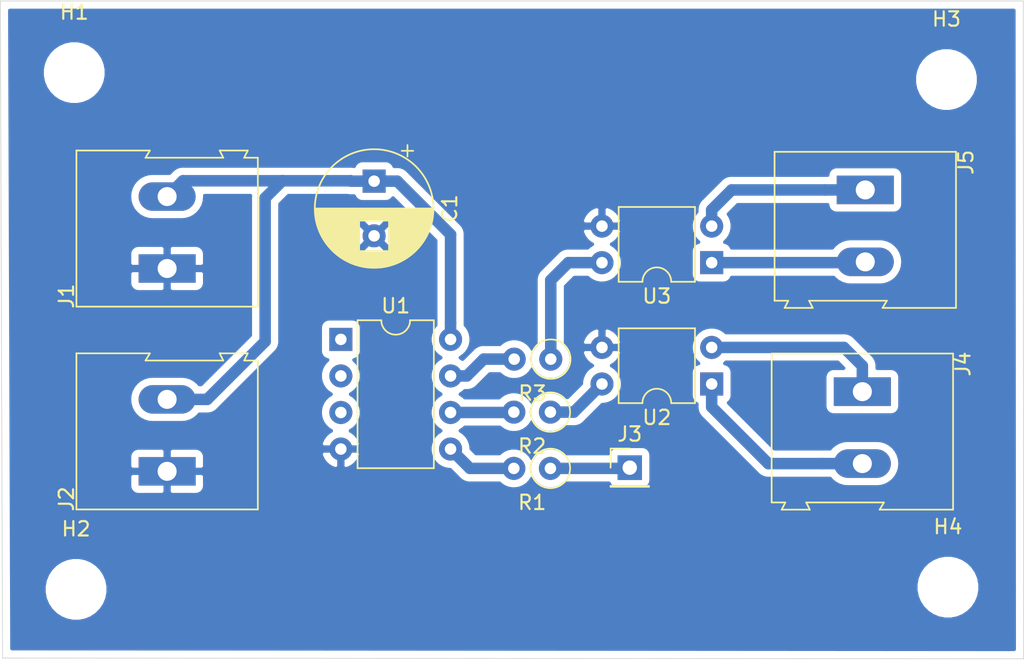
<source format=kicad_pcb>
(kicad_pcb (version 20171130) (host pcbnew "(5.1.5)-3")

  (general
    (thickness 1.6)
    (drawings 4)
    (tracks 40)
    (zones 0)
    (modules 16)
    (nets 16)
  )

  (page A4)
  (title_block
    (title "ATtiny85 NeoPixel Driver for SKR v.1.3")
    (date 2020-04-25)
    (rev v.1.0)
    (company "Erdem Arslan")
  )

  (layers
    (0 F.Cu jumper)
    (31 B.Cu mixed)
    (32 B.Adhes user)
    (33 F.Adhes user)
    (34 B.Paste user)
    (35 F.Paste user)
    (36 B.SilkS user)
    (37 F.SilkS user)
    (38 B.Mask user)
    (39 F.Mask user)
    (40 Dwgs.User user)
    (41 Cmts.User user)
    (42 Eco1.User user)
    (43 Eco2.User user)
    (44 Edge.Cuts user)
    (45 Margin user)
    (46 B.CrtYd user)
    (47 F.CrtYd user)
    (48 B.Fab user)
    (49 F.Fab user)
  )

  (setup
    (last_trace_width 0.25)
    (user_trace_width 0.4)
    (user_trace_width 0.6)
    (user_trace_width 0.8)
    (user_trace_width 1)
    (trace_clearance 0.05)
    (zone_clearance 0.508)
    (zone_45_only no)
    (trace_min 0.2)
    (via_size 0.8)
    (via_drill 0.4)
    (via_min_size 0.4)
    (via_min_drill 0.3)
    (user_via 1 0.8)
    (uvia_size 0.3)
    (uvia_drill 0.1)
    (uvias_allowed no)
    (uvia_min_size 0.2)
    (uvia_min_drill 0.1)
    (edge_width 0.05)
    (segment_width 0.2)
    (pcb_text_width 0.3)
    (pcb_text_size 1.5 1.5)
    (mod_edge_width 0.12)
    (mod_text_size 1 1)
    (mod_text_width 0.15)
    (pad_size 1.524 1.524)
    (pad_drill 0.762)
    (pad_to_mask_clearance 0.1)
    (solder_mask_min_width 1)
    (aux_axis_origin 0 0)
    (visible_elements 7FFFFFFF)
    (pcbplotparams
      (layerselection 0x010fc_ffffffff)
      (usegerberextensions false)
      (usegerberattributes false)
      (usegerberadvancedattributes false)
      (creategerberjobfile false)
      (excludeedgelayer true)
      (linewidth 0.100000)
      (plotframeref false)
      (viasonmask false)
      (mode 1)
      (useauxorigin false)
      (hpglpennumber 1)
      (hpglpenspeed 20)
      (hpglpendiameter 15.000000)
      (psnegative false)
      (psa4output false)
      (plotreference true)
      (plotvalue true)
      (plotinvisibletext false)
      (padsonsilk false)
      (subtractmaskfromsilk false)
      (outputformat 1)
      (mirror false)
      (drillshape 0)
      (scaleselection 1)
      (outputdirectory "Gerber/"))
  )

  (net 0 "")
  (net 1 "Net-(C1-Pad1)")
  (net 2 GND)
  (net 3 "Net-(J3-Pad1)")
  (net 4 "Net-(J4-Pad2)")
  (net 5 "Net-(J4-Pad1)")
  (net 6 "Net-(J5-Pad1)")
  (net 7 "Net-(J5-Pad2)")
  (net 8 "Net-(R1-Pad2)")
  (net 9 "Net-(R2-Pad1)")
  (net 10 "Net-(R2-Pad2)")
  (net 11 "Net-(R3-Pad1)")
  (net 12 "Net-(R3-Pad2)")
  (net 13 "Net-(U1-Pad1)")
  (net 14 "Net-(U1-Pad2)")
  (net 15 "Net-(U1-Pad3)")

  (net_class Default "This is the default net class."
    (clearance 0.05)
    (trace_width 0.25)
    (via_dia 0.8)
    (via_drill 0.4)
    (uvia_dia 0.3)
    (uvia_drill 0.1)
    (add_net GND)
    (add_net "Net-(C1-Pad1)")
    (add_net "Net-(J3-Pad1)")
    (add_net "Net-(J4-Pad1)")
    (add_net "Net-(J4-Pad2)")
    (add_net "Net-(J5-Pad1)")
    (add_net "Net-(J5-Pad2)")
    (add_net "Net-(R1-Pad2)")
    (add_net "Net-(R2-Pad1)")
    (add_net "Net-(R2-Pad2)")
    (add_net "Net-(R3-Pad1)")
    (add_net "Net-(R3-Pad2)")
    (add_net "Net-(U1-Pad1)")
    (add_net "Net-(U1-Pad2)")
    (add_net "Net-(U1-Pad3)")
  )

  (module Capacitor_THT:CP_Radial_D8.0mm_P3.80mm (layer F.Cu) (tedit 5AE50EF0) (tstamp 5EA3BDCC)
    (at 71.7042 60.7568 270)
    (descr "CP, Radial series, Radial, pin pitch=3.80mm, , diameter=8mm, Electrolytic Capacitor")
    (tags "CP Radial series Radial pin pitch 3.80mm  diameter 8mm Electrolytic Capacitor")
    (path /5EA35C45)
    (fp_text reference C1 (at 1.9 -5.25 90) (layer F.SilkS)
      (effects (font (size 1 1) (thickness 0.15)))
    )
    (fp_text value "1000uF 16V" (at 1.9 5.25 90) (layer F.Fab)
      (effects (font (size 1 1) (thickness 0.15)))
    )
    (fp_circle (center 1.9 0) (end 5.9 0) (layer F.Fab) (width 0.1))
    (fp_circle (center 1.9 0) (end 6.02 0) (layer F.SilkS) (width 0.12))
    (fp_circle (center 1.9 0) (end 6.15 0) (layer F.CrtYd) (width 0.05))
    (fp_line (start -1.526759 -1.7475) (end -0.726759 -1.7475) (layer F.Fab) (width 0.1))
    (fp_line (start -1.126759 -2.1475) (end -1.126759 -1.3475) (layer F.Fab) (width 0.1))
    (fp_line (start 1.9 -4.08) (end 1.9 4.08) (layer F.SilkS) (width 0.12))
    (fp_line (start 1.94 -4.08) (end 1.94 4.08) (layer F.SilkS) (width 0.12))
    (fp_line (start 1.98 -4.08) (end 1.98 4.08) (layer F.SilkS) (width 0.12))
    (fp_line (start 2.02 -4.079) (end 2.02 4.079) (layer F.SilkS) (width 0.12))
    (fp_line (start 2.06 -4.077) (end 2.06 4.077) (layer F.SilkS) (width 0.12))
    (fp_line (start 2.1 -4.076) (end 2.1 4.076) (layer F.SilkS) (width 0.12))
    (fp_line (start 2.14 -4.074) (end 2.14 4.074) (layer F.SilkS) (width 0.12))
    (fp_line (start 2.18 -4.071) (end 2.18 4.071) (layer F.SilkS) (width 0.12))
    (fp_line (start 2.22 -4.068) (end 2.22 4.068) (layer F.SilkS) (width 0.12))
    (fp_line (start 2.26 -4.065) (end 2.26 4.065) (layer F.SilkS) (width 0.12))
    (fp_line (start 2.3 -4.061) (end 2.3 4.061) (layer F.SilkS) (width 0.12))
    (fp_line (start 2.34 -4.057) (end 2.34 4.057) (layer F.SilkS) (width 0.12))
    (fp_line (start 2.38 -4.052) (end 2.38 4.052) (layer F.SilkS) (width 0.12))
    (fp_line (start 2.42 -4.048) (end 2.42 4.048) (layer F.SilkS) (width 0.12))
    (fp_line (start 2.46 -4.042) (end 2.46 4.042) (layer F.SilkS) (width 0.12))
    (fp_line (start 2.5 -4.037) (end 2.5 4.037) (layer F.SilkS) (width 0.12))
    (fp_line (start 2.54 -4.03) (end 2.54 4.03) (layer F.SilkS) (width 0.12))
    (fp_line (start 2.58 -4.024) (end 2.58 4.024) (layer F.SilkS) (width 0.12))
    (fp_line (start 2.621 -4.017) (end 2.621 4.017) (layer F.SilkS) (width 0.12))
    (fp_line (start 2.661 -4.01) (end 2.661 4.01) (layer F.SilkS) (width 0.12))
    (fp_line (start 2.701 -4.002) (end 2.701 4.002) (layer F.SilkS) (width 0.12))
    (fp_line (start 2.741 -3.994) (end 2.741 3.994) (layer F.SilkS) (width 0.12))
    (fp_line (start 2.781 -3.985) (end 2.781 -1.04) (layer F.SilkS) (width 0.12))
    (fp_line (start 2.781 1.04) (end 2.781 3.985) (layer F.SilkS) (width 0.12))
    (fp_line (start 2.821 -3.976) (end 2.821 -1.04) (layer F.SilkS) (width 0.12))
    (fp_line (start 2.821 1.04) (end 2.821 3.976) (layer F.SilkS) (width 0.12))
    (fp_line (start 2.861 -3.967) (end 2.861 -1.04) (layer F.SilkS) (width 0.12))
    (fp_line (start 2.861 1.04) (end 2.861 3.967) (layer F.SilkS) (width 0.12))
    (fp_line (start 2.901 -3.957) (end 2.901 -1.04) (layer F.SilkS) (width 0.12))
    (fp_line (start 2.901 1.04) (end 2.901 3.957) (layer F.SilkS) (width 0.12))
    (fp_line (start 2.941 -3.947) (end 2.941 -1.04) (layer F.SilkS) (width 0.12))
    (fp_line (start 2.941 1.04) (end 2.941 3.947) (layer F.SilkS) (width 0.12))
    (fp_line (start 2.981 -3.936) (end 2.981 -1.04) (layer F.SilkS) (width 0.12))
    (fp_line (start 2.981 1.04) (end 2.981 3.936) (layer F.SilkS) (width 0.12))
    (fp_line (start 3.021 -3.925) (end 3.021 -1.04) (layer F.SilkS) (width 0.12))
    (fp_line (start 3.021 1.04) (end 3.021 3.925) (layer F.SilkS) (width 0.12))
    (fp_line (start 3.061 -3.914) (end 3.061 -1.04) (layer F.SilkS) (width 0.12))
    (fp_line (start 3.061 1.04) (end 3.061 3.914) (layer F.SilkS) (width 0.12))
    (fp_line (start 3.101 -3.902) (end 3.101 -1.04) (layer F.SilkS) (width 0.12))
    (fp_line (start 3.101 1.04) (end 3.101 3.902) (layer F.SilkS) (width 0.12))
    (fp_line (start 3.141 -3.889) (end 3.141 -1.04) (layer F.SilkS) (width 0.12))
    (fp_line (start 3.141 1.04) (end 3.141 3.889) (layer F.SilkS) (width 0.12))
    (fp_line (start 3.181 -3.877) (end 3.181 -1.04) (layer F.SilkS) (width 0.12))
    (fp_line (start 3.181 1.04) (end 3.181 3.877) (layer F.SilkS) (width 0.12))
    (fp_line (start 3.221 -3.863) (end 3.221 -1.04) (layer F.SilkS) (width 0.12))
    (fp_line (start 3.221 1.04) (end 3.221 3.863) (layer F.SilkS) (width 0.12))
    (fp_line (start 3.261 -3.85) (end 3.261 -1.04) (layer F.SilkS) (width 0.12))
    (fp_line (start 3.261 1.04) (end 3.261 3.85) (layer F.SilkS) (width 0.12))
    (fp_line (start 3.301 -3.835) (end 3.301 -1.04) (layer F.SilkS) (width 0.12))
    (fp_line (start 3.301 1.04) (end 3.301 3.835) (layer F.SilkS) (width 0.12))
    (fp_line (start 3.341 -3.821) (end 3.341 -1.04) (layer F.SilkS) (width 0.12))
    (fp_line (start 3.341 1.04) (end 3.341 3.821) (layer F.SilkS) (width 0.12))
    (fp_line (start 3.381 -3.805) (end 3.381 -1.04) (layer F.SilkS) (width 0.12))
    (fp_line (start 3.381 1.04) (end 3.381 3.805) (layer F.SilkS) (width 0.12))
    (fp_line (start 3.421 -3.79) (end 3.421 -1.04) (layer F.SilkS) (width 0.12))
    (fp_line (start 3.421 1.04) (end 3.421 3.79) (layer F.SilkS) (width 0.12))
    (fp_line (start 3.461 -3.774) (end 3.461 -1.04) (layer F.SilkS) (width 0.12))
    (fp_line (start 3.461 1.04) (end 3.461 3.774) (layer F.SilkS) (width 0.12))
    (fp_line (start 3.501 -3.757) (end 3.501 -1.04) (layer F.SilkS) (width 0.12))
    (fp_line (start 3.501 1.04) (end 3.501 3.757) (layer F.SilkS) (width 0.12))
    (fp_line (start 3.541 -3.74) (end 3.541 -1.04) (layer F.SilkS) (width 0.12))
    (fp_line (start 3.541 1.04) (end 3.541 3.74) (layer F.SilkS) (width 0.12))
    (fp_line (start 3.581 -3.722) (end 3.581 -1.04) (layer F.SilkS) (width 0.12))
    (fp_line (start 3.581 1.04) (end 3.581 3.722) (layer F.SilkS) (width 0.12))
    (fp_line (start 3.621 -3.704) (end 3.621 -1.04) (layer F.SilkS) (width 0.12))
    (fp_line (start 3.621 1.04) (end 3.621 3.704) (layer F.SilkS) (width 0.12))
    (fp_line (start 3.661 -3.686) (end 3.661 -1.04) (layer F.SilkS) (width 0.12))
    (fp_line (start 3.661 1.04) (end 3.661 3.686) (layer F.SilkS) (width 0.12))
    (fp_line (start 3.701 -3.666) (end 3.701 -1.04) (layer F.SilkS) (width 0.12))
    (fp_line (start 3.701 1.04) (end 3.701 3.666) (layer F.SilkS) (width 0.12))
    (fp_line (start 3.741 -3.647) (end 3.741 -1.04) (layer F.SilkS) (width 0.12))
    (fp_line (start 3.741 1.04) (end 3.741 3.647) (layer F.SilkS) (width 0.12))
    (fp_line (start 3.781 -3.627) (end 3.781 -1.04) (layer F.SilkS) (width 0.12))
    (fp_line (start 3.781 1.04) (end 3.781 3.627) (layer F.SilkS) (width 0.12))
    (fp_line (start 3.821 -3.606) (end 3.821 -1.04) (layer F.SilkS) (width 0.12))
    (fp_line (start 3.821 1.04) (end 3.821 3.606) (layer F.SilkS) (width 0.12))
    (fp_line (start 3.861 -3.584) (end 3.861 -1.04) (layer F.SilkS) (width 0.12))
    (fp_line (start 3.861 1.04) (end 3.861 3.584) (layer F.SilkS) (width 0.12))
    (fp_line (start 3.901 -3.562) (end 3.901 -1.04) (layer F.SilkS) (width 0.12))
    (fp_line (start 3.901 1.04) (end 3.901 3.562) (layer F.SilkS) (width 0.12))
    (fp_line (start 3.941 -3.54) (end 3.941 -1.04) (layer F.SilkS) (width 0.12))
    (fp_line (start 3.941 1.04) (end 3.941 3.54) (layer F.SilkS) (width 0.12))
    (fp_line (start 3.981 -3.517) (end 3.981 -1.04) (layer F.SilkS) (width 0.12))
    (fp_line (start 3.981 1.04) (end 3.981 3.517) (layer F.SilkS) (width 0.12))
    (fp_line (start 4.021 -3.493) (end 4.021 -1.04) (layer F.SilkS) (width 0.12))
    (fp_line (start 4.021 1.04) (end 4.021 3.493) (layer F.SilkS) (width 0.12))
    (fp_line (start 4.061 -3.469) (end 4.061 -1.04) (layer F.SilkS) (width 0.12))
    (fp_line (start 4.061 1.04) (end 4.061 3.469) (layer F.SilkS) (width 0.12))
    (fp_line (start 4.101 -3.444) (end 4.101 -1.04) (layer F.SilkS) (width 0.12))
    (fp_line (start 4.101 1.04) (end 4.101 3.444) (layer F.SilkS) (width 0.12))
    (fp_line (start 4.141 -3.418) (end 4.141 -1.04) (layer F.SilkS) (width 0.12))
    (fp_line (start 4.141 1.04) (end 4.141 3.418) (layer F.SilkS) (width 0.12))
    (fp_line (start 4.181 -3.392) (end 4.181 -1.04) (layer F.SilkS) (width 0.12))
    (fp_line (start 4.181 1.04) (end 4.181 3.392) (layer F.SilkS) (width 0.12))
    (fp_line (start 4.221 -3.365) (end 4.221 -1.04) (layer F.SilkS) (width 0.12))
    (fp_line (start 4.221 1.04) (end 4.221 3.365) (layer F.SilkS) (width 0.12))
    (fp_line (start 4.261 -3.338) (end 4.261 -1.04) (layer F.SilkS) (width 0.12))
    (fp_line (start 4.261 1.04) (end 4.261 3.338) (layer F.SilkS) (width 0.12))
    (fp_line (start 4.301 -3.309) (end 4.301 -1.04) (layer F.SilkS) (width 0.12))
    (fp_line (start 4.301 1.04) (end 4.301 3.309) (layer F.SilkS) (width 0.12))
    (fp_line (start 4.341 -3.28) (end 4.341 -1.04) (layer F.SilkS) (width 0.12))
    (fp_line (start 4.341 1.04) (end 4.341 3.28) (layer F.SilkS) (width 0.12))
    (fp_line (start 4.381 -3.25) (end 4.381 -1.04) (layer F.SilkS) (width 0.12))
    (fp_line (start 4.381 1.04) (end 4.381 3.25) (layer F.SilkS) (width 0.12))
    (fp_line (start 4.421 -3.22) (end 4.421 -1.04) (layer F.SilkS) (width 0.12))
    (fp_line (start 4.421 1.04) (end 4.421 3.22) (layer F.SilkS) (width 0.12))
    (fp_line (start 4.461 -3.189) (end 4.461 -1.04) (layer F.SilkS) (width 0.12))
    (fp_line (start 4.461 1.04) (end 4.461 3.189) (layer F.SilkS) (width 0.12))
    (fp_line (start 4.501 -3.156) (end 4.501 -1.04) (layer F.SilkS) (width 0.12))
    (fp_line (start 4.501 1.04) (end 4.501 3.156) (layer F.SilkS) (width 0.12))
    (fp_line (start 4.541 -3.124) (end 4.541 -1.04) (layer F.SilkS) (width 0.12))
    (fp_line (start 4.541 1.04) (end 4.541 3.124) (layer F.SilkS) (width 0.12))
    (fp_line (start 4.581 -3.09) (end 4.581 -1.04) (layer F.SilkS) (width 0.12))
    (fp_line (start 4.581 1.04) (end 4.581 3.09) (layer F.SilkS) (width 0.12))
    (fp_line (start 4.621 -3.055) (end 4.621 -1.04) (layer F.SilkS) (width 0.12))
    (fp_line (start 4.621 1.04) (end 4.621 3.055) (layer F.SilkS) (width 0.12))
    (fp_line (start 4.661 -3.019) (end 4.661 -1.04) (layer F.SilkS) (width 0.12))
    (fp_line (start 4.661 1.04) (end 4.661 3.019) (layer F.SilkS) (width 0.12))
    (fp_line (start 4.701 -2.983) (end 4.701 -1.04) (layer F.SilkS) (width 0.12))
    (fp_line (start 4.701 1.04) (end 4.701 2.983) (layer F.SilkS) (width 0.12))
    (fp_line (start 4.741 -2.945) (end 4.741 -1.04) (layer F.SilkS) (width 0.12))
    (fp_line (start 4.741 1.04) (end 4.741 2.945) (layer F.SilkS) (width 0.12))
    (fp_line (start 4.781 -2.907) (end 4.781 -1.04) (layer F.SilkS) (width 0.12))
    (fp_line (start 4.781 1.04) (end 4.781 2.907) (layer F.SilkS) (width 0.12))
    (fp_line (start 4.821 -2.867) (end 4.821 -1.04) (layer F.SilkS) (width 0.12))
    (fp_line (start 4.821 1.04) (end 4.821 2.867) (layer F.SilkS) (width 0.12))
    (fp_line (start 4.861 -2.826) (end 4.861 2.826) (layer F.SilkS) (width 0.12))
    (fp_line (start 4.901 -2.784) (end 4.901 2.784) (layer F.SilkS) (width 0.12))
    (fp_line (start 4.941 -2.741) (end 4.941 2.741) (layer F.SilkS) (width 0.12))
    (fp_line (start 4.981 -2.697) (end 4.981 2.697) (layer F.SilkS) (width 0.12))
    (fp_line (start 5.021 -2.651) (end 5.021 2.651) (layer F.SilkS) (width 0.12))
    (fp_line (start 5.061 -2.604) (end 5.061 2.604) (layer F.SilkS) (width 0.12))
    (fp_line (start 5.101 -2.556) (end 5.101 2.556) (layer F.SilkS) (width 0.12))
    (fp_line (start 5.141 -2.505) (end 5.141 2.505) (layer F.SilkS) (width 0.12))
    (fp_line (start 5.181 -2.454) (end 5.181 2.454) (layer F.SilkS) (width 0.12))
    (fp_line (start 5.221 -2.4) (end 5.221 2.4) (layer F.SilkS) (width 0.12))
    (fp_line (start 5.261 -2.345) (end 5.261 2.345) (layer F.SilkS) (width 0.12))
    (fp_line (start 5.301 -2.287) (end 5.301 2.287) (layer F.SilkS) (width 0.12))
    (fp_line (start 5.341 -2.228) (end 5.341 2.228) (layer F.SilkS) (width 0.12))
    (fp_line (start 5.381 -2.166) (end 5.381 2.166) (layer F.SilkS) (width 0.12))
    (fp_line (start 5.421 -2.102) (end 5.421 2.102) (layer F.SilkS) (width 0.12))
    (fp_line (start 5.461 -2.034) (end 5.461 2.034) (layer F.SilkS) (width 0.12))
    (fp_line (start 5.501 -1.964) (end 5.501 1.964) (layer F.SilkS) (width 0.12))
    (fp_line (start 5.541 -1.89) (end 5.541 1.89) (layer F.SilkS) (width 0.12))
    (fp_line (start 5.581 -1.813) (end 5.581 1.813) (layer F.SilkS) (width 0.12))
    (fp_line (start 5.621 -1.731) (end 5.621 1.731) (layer F.SilkS) (width 0.12))
    (fp_line (start 5.661 -1.645) (end 5.661 1.645) (layer F.SilkS) (width 0.12))
    (fp_line (start 5.701 -1.552) (end 5.701 1.552) (layer F.SilkS) (width 0.12))
    (fp_line (start 5.741 -1.453) (end 5.741 1.453) (layer F.SilkS) (width 0.12))
    (fp_line (start 5.781 -1.346) (end 5.781 1.346) (layer F.SilkS) (width 0.12))
    (fp_line (start 5.821 -1.229) (end 5.821 1.229) (layer F.SilkS) (width 0.12))
    (fp_line (start 5.861 -1.098) (end 5.861 1.098) (layer F.SilkS) (width 0.12))
    (fp_line (start 5.901 -0.948) (end 5.901 0.948) (layer F.SilkS) (width 0.12))
    (fp_line (start 5.941 -0.768) (end 5.941 0.768) (layer F.SilkS) (width 0.12))
    (fp_line (start 5.981 -0.533) (end 5.981 0.533) (layer F.SilkS) (width 0.12))
    (fp_line (start -2.509698 -2.315) (end -1.709698 -2.315) (layer F.SilkS) (width 0.12))
    (fp_line (start -2.109698 -2.715) (end -2.109698 -1.915) (layer F.SilkS) (width 0.12))
    (fp_text user %R (at 1.9 0 90) (layer F.Fab)
      (effects (font (size 1 1) (thickness 0.15)))
    )
    (pad 1 thru_hole rect (at 0 0 270) (size 1.6 1.6) (drill 0.8) (layers *.Cu *.Mask)
      (net 1 "Net-(C1-Pad1)"))
    (pad 2 thru_hole circle (at 3.8 0 270) (size 1.6 1.6) (drill 0.8) (layers *.Cu *.Mask)
      (net 2 GND))
    (model ${KISYS3DMOD}/Capacitor_THT.3dshapes/CP_Radial_D8.0mm_P3.80mm.wrl
      (at (xyz 0 0 0))
      (scale (xyz 1 1 1))
      (rotate (xyz 0 0 0))
    )
  )

  (module TerminalBlock:TerminalBlock_Altech_AK300-2_P5.00mm (layer F.Cu) (tedit 59FF0306) (tstamp 5EA3BE33)
    (at 57.3278 66.8274 90)
    (descr "Altech AK300 terminal block, pitch 5.0mm, 45 degree angled, see http://www.mouser.com/ds/2/16/PCBMETRC-24178.pdf")
    (tags "Altech AK300 terminal block pitch 5.0mm")
    (path /5EA36E17)
    (fp_text reference J1 (at -1.92 -6.99 90) (layer F.SilkS)
      (effects (font (size 1 1) (thickness 0.15)))
    )
    (fp_text value POWER_IN (at 2.78 7.75 90) (layer F.Fab)
      (effects (font (size 1 1) (thickness 0.15)))
    )
    (fp_arc (start -1.13 -4.65) (end -1.42 -4.13) (angle 104.2) (layer F.Fab) (width 0.1))
    (fp_arc (start -0.01 -3.71) (end -1.62 -5) (angle 100) (layer F.Fab) (width 0.1))
    (fp_arc (start 0.06 -6.07) (end 1.53 -4.12) (angle 75.5) (layer F.Fab) (width 0.1))
    (fp_arc (start 1.03 -4.59) (end 1.53 -5.05) (angle 90.5) (layer F.Fab) (width 0.1))
    (fp_arc (start 3.87 -4.65) (end 3.58 -4.13) (angle 104.2) (layer F.Fab) (width 0.1))
    (fp_arc (start 4.99 -3.71) (end 3.39 -5) (angle 100) (layer F.Fab) (width 0.1))
    (fp_arc (start 5.07 -6.07) (end 6.53 -4.12) (angle 75.5) (layer F.Fab) (width 0.1))
    (fp_arc (start 6.03 -4.59) (end 6.54 -5.05) (angle 90.5) (layer F.Fab) (width 0.1))
    (fp_line (start 8.36 6.47) (end -2.83 6.47) (layer F.CrtYd) (width 0.05))
    (fp_line (start 8.36 6.47) (end 8.36 -6.47) (layer F.CrtYd) (width 0.05))
    (fp_line (start -2.83 -6.47) (end -2.83 6.47) (layer F.CrtYd) (width 0.05))
    (fp_line (start -2.83 -6.47) (end 8.36 -6.47) (layer F.CrtYd) (width 0.05))
    (fp_line (start 3.36 -0.25) (end 6.67 -0.25) (layer F.Fab) (width 0.1))
    (fp_line (start 2.98 -0.25) (end 3.36 -0.25) (layer F.Fab) (width 0.1))
    (fp_line (start 7.05 -0.25) (end 6.67 -0.25) (layer F.Fab) (width 0.1))
    (fp_line (start 6.67 -0.64) (end 3.36 -0.64) (layer F.Fab) (width 0.1))
    (fp_line (start 7.61 -0.64) (end 6.67 -0.64) (layer F.Fab) (width 0.1))
    (fp_line (start 1.66 -0.64) (end 3.36 -0.64) (layer F.Fab) (width 0.1))
    (fp_line (start -1.64 -0.64) (end 1.66 -0.64) (layer F.Fab) (width 0.1))
    (fp_line (start -2.58 -0.64) (end -1.64 -0.64) (layer F.Fab) (width 0.1))
    (fp_line (start 1.66 -0.25) (end -1.64 -0.25) (layer F.Fab) (width 0.1))
    (fp_line (start 2.04 -0.25) (end 1.66 -0.25) (layer F.Fab) (width 0.1))
    (fp_line (start -2.02 -0.25) (end -1.64 -0.25) (layer F.Fab) (width 0.1))
    (fp_line (start -1.49 -4.32) (end 1.56 -4.95) (layer F.Fab) (width 0.1))
    (fp_line (start -1.62 -4.45) (end 1.44 -5.08) (layer F.Fab) (width 0.1))
    (fp_line (start 3.52 -4.32) (end 6.56 -4.95) (layer F.Fab) (width 0.1))
    (fp_line (start 3.39 -4.45) (end 6.44 -5.08) (layer F.Fab) (width 0.1))
    (fp_line (start 2.04 -5.97) (end -2.02 -5.97) (layer F.Fab) (width 0.1))
    (fp_line (start -2.02 -3.43) (end -2.02 -5.97) (layer F.Fab) (width 0.1))
    (fp_line (start 2.04 -3.43) (end -2.02 -3.43) (layer F.Fab) (width 0.1))
    (fp_line (start 2.04 -3.43) (end 2.04 -5.97) (layer F.Fab) (width 0.1))
    (fp_line (start 7.05 -3.43) (end 2.98 -3.43) (layer F.Fab) (width 0.1))
    (fp_line (start 7.05 -5.97) (end 7.05 -3.43) (layer F.Fab) (width 0.1))
    (fp_line (start 2.98 -5.97) (end 7.05 -5.97) (layer F.Fab) (width 0.1))
    (fp_line (start 2.98 -3.43) (end 2.98 -5.97) (layer F.Fab) (width 0.1))
    (fp_line (start 7.61 -3.17) (end 7.61 -1.65) (layer F.Fab) (width 0.1))
    (fp_line (start -2.58 -3.17) (end -2.58 -6.22) (layer F.Fab) (width 0.1))
    (fp_line (start -2.58 -3.17) (end 7.61 -3.17) (layer F.Fab) (width 0.1))
    (fp_line (start 7.61 -0.64) (end 7.61 4.06) (layer F.Fab) (width 0.1))
    (fp_line (start 7.61 -1.65) (end 7.61 -0.64) (layer F.Fab) (width 0.1))
    (fp_line (start -2.58 -0.64) (end -2.58 -3.17) (layer F.Fab) (width 0.1))
    (fp_line (start -2.58 6.22) (end -2.58 -0.64) (layer F.Fab) (width 0.1))
    (fp_line (start 6.67 0.51) (end 6.28 0.51) (layer F.Fab) (width 0.1))
    (fp_line (start 3.36 0.51) (end 3.74 0.51) (layer F.Fab) (width 0.1))
    (fp_line (start 1.66 0.51) (end 1.28 0.51) (layer F.Fab) (width 0.1))
    (fp_line (start -1.64 0.51) (end -1.26 0.51) (layer F.Fab) (width 0.1))
    (fp_line (start -1.64 3.68) (end -1.64 0.51) (layer F.Fab) (width 0.1))
    (fp_line (start 1.66 3.68) (end -1.64 3.68) (layer F.Fab) (width 0.1))
    (fp_line (start 1.66 3.68) (end 1.66 0.51) (layer F.Fab) (width 0.1))
    (fp_line (start 3.36 3.68) (end 3.36 0.51) (layer F.Fab) (width 0.1))
    (fp_line (start 6.67 3.68) (end 3.36 3.68) (layer F.Fab) (width 0.1))
    (fp_line (start 6.67 3.68) (end 6.67 0.51) (layer F.Fab) (width 0.1))
    (fp_line (start -2.02 4.32) (end -2.02 6.22) (layer F.Fab) (width 0.1))
    (fp_line (start 2.04 4.32) (end 2.04 -0.25) (layer F.Fab) (width 0.1))
    (fp_line (start 2.04 4.32) (end -2.02 4.32) (layer F.Fab) (width 0.1))
    (fp_line (start 7.05 4.32) (end 7.05 6.22) (layer F.Fab) (width 0.1))
    (fp_line (start 2.98 4.32) (end 2.98 -0.25) (layer F.Fab) (width 0.1))
    (fp_line (start 2.98 4.32) (end 7.05 4.32) (layer F.Fab) (width 0.1))
    (fp_line (start -2.02 6.22) (end 2.04 6.22) (layer F.Fab) (width 0.1))
    (fp_line (start -2.58 6.22) (end -2.02 6.22) (layer F.Fab) (width 0.1))
    (fp_line (start -2.02 -0.25) (end -2.02 4.32) (layer F.Fab) (width 0.1))
    (fp_line (start 2.04 6.22) (end 2.98 6.22) (layer F.Fab) (width 0.1))
    (fp_line (start 2.04 6.22) (end 2.04 4.32) (layer F.Fab) (width 0.1))
    (fp_line (start 7.05 6.22) (end 7.61 6.22) (layer F.Fab) (width 0.1))
    (fp_line (start 2.98 6.22) (end 7.05 6.22) (layer F.Fab) (width 0.1))
    (fp_line (start 7.05 -0.25) (end 7.05 4.32) (layer F.Fab) (width 0.1))
    (fp_line (start 2.98 6.22) (end 2.98 4.32) (layer F.Fab) (width 0.1))
    (fp_line (start 8.11 3.81) (end 8.11 5.46) (layer F.Fab) (width 0.1))
    (fp_line (start 7.61 4.06) (end 7.61 5.21) (layer F.Fab) (width 0.1))
    (fp_line (start 8.11 3.81) (end 7.61 4.06) (layer F.Fab) (width 0.1))
    (fp_line (start 7.61 5.21) (end 7.61 6.22) (layer F.Fab) (width 0.1))
    (fp_line (start 8.11 5.46) (end 7.61 5.21) (layer F.Fab) (width 0.1))
    (fp_line (start 8.11 -1.4) (end 7.61 -1.65) (layer F.Fab) (width 0.1))
    (fp_line (start 8.11 -6.22) (end 8.11 -1.4) (layer F.Fab) (width 0.1))
    (fp_line (start 7.61 -6.22) (end 8.11 -6.22) (layer F.Fab) (width 0.1))
    (fp_line (start 7.61 -6.22) (end -2.58 -6.22) (layer F.Fab) (width 0.1))
    (fp_line (start 7.61 -6.22) (end 7.61 -3.17) (layer F.Fab) (width 0.1))
    (fp_line (start 3.74 2.54) (end 3.74 -0.25) (layer F.Fab) (width 0.1))
    (fp_line (start 3.74 -0.25) (end 6.28 -0.25) (layer F.Fab) (width 0.1))
    (fp_line (start 6.28 2.54) (end 6.28 -0.25) (layer F.Fab) (width 0.1))
    (fp_line (start 3.74 2.54) (end 6.28 2.54) (layer F.Fab) (width 0.1))
    (fp_line (start -1.26 2.54) (end -1.26 -0.25) (layer F.Fab) (width 0.1))
    (fp_line (start -1.26 -0.25) (end 1.28 -0.25) (layer F.Fab) (width 0.1))
    (fp_line (start 1.28 2.54) (end 1.28 -0.25) (layer F.Fab) (width 0.1))
    (fp_line (start -1.26 2.54) (end 1.28 2.54) (layer F.Fab) (width 0.1))
    (fp_line (start 8.2 -6.3) (end -2.65 -6.3) (layer F.SilkS) (width 0.12))
    (fp_line (start 8.2 -1.2) (end 8.2 -6.3) (layer F.SilkS) (width 0.12))
    (fp_line (start 7.7 -1.5) (end 8.2 -1.2) (layer F.SilkS) (width 0.12))
    (fp_line (start 7.7 3.9) (end 7.7 -1.5) (layer F.SilkS) (width 0.12))
    (fp_line (start 8.2 3.65) (end 7.7 3.9) (layer F.SilkS) (width 0.12))
    (fp_line (start 8.2 3.7) (end 8.2 3.65) (layer F.SilkS) (width 0.12))
    (fp_line (start 8.2 5.6) (end 8.2 3.7) (layer F.SilkS) (width 0.12))
    (fp_line (start 7.7 5.35) (end 8.2 5.6) (layer F.SilkS) (width 0.12))
    (fp_line (start 7.7 6.3) (end 7.7 5.35) (layer F.SilkS) (width 0.12))
    (fp_line (start -2.65 6.3) (end 7.7 6.3) (layer F.SilkS) (width 0.12))
    (fp_line (start -2.65 -6.3) (end -2.65 6.3) (layer F.SilkS) (width 0.12))
    (fp_text user %R (at 2.5 -2 90) (layer F.Fab)
      (effects (font (size 1 1) (thickness 0.15)))
    )
    (pad 2 thru_hole oval (at 5 0 90) (size 1.98 3.96) (drill 1.32) (layers *.Cu *.Mask)
      (net 1 "Net-(C1-Pad1)"))
    (pad 1 thru_hole rect (at 0 0 90) (size 1.98 3.96) (drill 1.32) (layers *.Cu *.Mask)
      (net 2 GND))
    (model ${KISYS3DMOD}/TerminalBlock.3dshapes/TerminalBlock_Altech_AK300-2_P5.00mm.wrl
      (at (xyz 0 0 0))
      (scale (xyz 1 1 1))
      (rotate (xyz 0 0 0))
    )
  )

  (module TerminalBlock:TerminalBlock_Altech_AK300-2_P5.00mm (layer F.Cu) (tedit 59FF0306) (tstamp 5EA3BE9A)
    (at 57.3278 80.9244 90)
    (descr "Altech AK300 terminal block, pitch 5.0mm, 45 degree angled, see http://www.mouser.com/ds/2/16/PCBMETRC-24178.pdf")
    (tags "Altech AK300 terminal block pitch 5.0mm")
    (path /5EA375F3)
    (fp_text reference J2 (at -1.92 -6.99 90) (layer F.SilkS)
      (effects (font (size 1 1) (thickness 0.15)))
    )
    (fp_text value LED_POWER_OUT (at 2.78 7.75 90) (layer F.Fab)
      (effects (font (size 1 1) (thickness 0.15)))
    )
    (fp_text user %R (at 2.5 -2 90) (layer F.Fab)
      (effects (font (size 1 1) (thickness 0.15)))
    )
    (fp_line (start -2.65 -6.3) (end -2.65 6.3) (layer F.SilkS) (width 0.12))
    (fp_line (start -2.65 6.3) (end 7.7 6.3) (layer F.SilkS) (width 0.12))
    (fp_line (start 7.7 6.3) (end 7.7 5.35) (layer F.SilkS) (width 0.12))
    (fp_line (start 7.7 5.35) (end 8.2 5.6) (layer F.SilkS) (width 0.12))
    (fp_line (start 8.2 5.6) (end 8.2 3.7) (layer F.SilkS) (width 0.12))
    (fp_line (start 8.2 3.7) (end 8.2 3.65) (layer F.SilkS) (width 0.12))
    (fp_line (start 8.2 3.65) (end 7.7 3.9) (layer F.SilkS) (width 0.12))
    (fp_line (start 7.7 3.9) (end 7.7 -1.5) (layer F.SilkS) (width 0.12))
    (fp_line (start 7.7 -1.5) (end 8.2 -1.2) (layer F.SilkS) (width 0.12))
    (fp_line (start 8.2 -1.2) (end 8.2 -6.3) (layer F.SilkS) (width 0.12))
    (fp_line (start 8.2 -6.3) (end -2.65 -6.3) (layer F.SilkS) (width 0.12))
    (fp_line (start -1.26 2.54) (end 1.28 2.54) (layer F.Fab) (width 0.1))
    (fp_line (start 1.28 2.54) (end 1.28 -0.25) (layer F.Fab) (width 0.1))
    (fp_line (start -1.26 -0.25) (end 1.28 -0.25) (layer F.Fab) (width 0.1))
    (fp_line (start -1.26 2.54) (end -1.26 -0.25) (layer F.Fab) (width 0.1))
    (fp_line (start 3.74 2.54) (end 6.28 2.54) (layer F.Fab) (width 0.1))
    (fp_line (start 6.28 2.54) (end 6.28 -0.25) (layer F.Fab) (width 0.1))
    (fp_line (start 3.74 -0.25) (end 6.28 -0.25) (layer F.Fab) (width 0.1))
    (fp_line (start 3.74 2.54) (end 3.74 -0.25) (layer F.Fab) (width 0.1))
    (fp_line (start 7.61 -6.22) (end 7.61 -3.17) (layer F.Fab) (width 0.1))
    (fp_line (start 7.61 -6.22) (end -2.58 -6.22) (layer F.Fab) (width 0.1))
    (fp_line (start 7.61 -6.22) (end 8.11 -6.22) (layer F.Fab) (width 0.1))
    (fp_line (start 8.11 -6.22) (end 8.11 -1.4) (layer F.Fab) (width 0.1))
    (fp_line (start 8.11 -1.4) (end 7.61 -1.65) (layer F.Fab) (width 0.1))
    (fp_line (start 8.11 5.46) (end 7.61 5.21) (layer F.Fab) (width 0.1))
    (fp_line (start 7.61 5.21) (end 7.61 6.22) (layer F.Fab) (width 0.1))
    (fp_line (start 8.11 3.81) (end 7.61 4.06) (layer F.Fab) (width 0.1))
    (fp_line (start 7.61 4.06) (end 7.61 5.21) (layer F.Fab) (width 0.1))
    (fp_line (start 8.11 3.81) (end 8.11 5.46) (layer F.Fab) (width 0.1))
    (fp_line (start 2.98 6.22) (end 2.98 4.32) (layer F.Fab) (width 0.1))
    (fp_line (start 7.05 -0.25) (end 7.05 4.32) (layer F.Fab) (width 0.1))
    (fp_line (start 2.98 6.22) (end 7.05 6.22) (layer F.Fab) (width 0.1))
    (fp_line (start 7.05 6.22) (end 7.61 6.22) (layer F.Fab) (width 0.1))
    (fp_line (start 2.04 6.22) (end 2.04 4.32) (layer F.Fab) (width 0.1))
    (fp_line (start 2.04 6.22) (end 2.98 6.22) (layer F.Fab) (width 0.1))
    (fp_line (start -2.02 -0.25) (end -2.02 4.32) (layer F.Fab) (width 0.1))
    (fp_line (start -2.58 6.22) (end -2.02 6.22) (layer F.Fab) (width 0.1))
    (fp_line (start -2.02 6.22) (end 2.04 6.22) (layer F.Fab) (width 0.1))
    (fp_line (start 2.98 4.32) (end 7.05 4.32) (layer F.Fab) (width 0.1))
    (fp_line (start 2.98 4.32) (end 2.98 -0.25) (layer F.Fab) (width 0.1))
    (fp_line (start 7.05 4.32) (end 7.05 6.22) (layer F.Fab) (width 0.1))
    (fp_line (start 2.04 4.32) (end -2.02 4.32) (layer F.Fab) (width 0.1))
    (fp_line (start 2.04 4.32) (end 2.04 -0.25) (layer F.Fab) (width 0.1))
    (fp_line (start -2.02 4.32) (end -2.02 6.22) (layer F.Fab) (width 0.1))
    (fp_line (start 6.67 3.68) (end 6.67 0.51) (layer F.Fab) (width 0.1))
    (fp_line (start 6.67 3.68) (end 3.36 3.68) (layer F.Fab) (width 0.1))
    (fp_line (start 3.36 3.68) (end 3.36 0.51) (layer F.Fab) (width 0.1))
    (fp_line (start 1.66 3.68) (end 1.66 0.51) (layer F.Fab) (width 0.1))
    (fp_line (start 1.66 3.68) (end -1.64 3.68) (layer F.Fab) (width 0.1))
    (fp_line (start -1.64 3.68) (end -1.64 0.51) (layer F.Fab) (width 0.1))
    (fp_line (start -1.64 0.51) (end -1.26 0.51) (layer F.Fab) (width 0.1))
    (fp_line (start 1.66 0.51) (end 1.28 0.51) (layer F.Fab) (width 0.1))
    (fp_line (start 3.36 0.51) (end 3.74 0.51) (layer F.Fab) (width 0.1))
    (fp_line (start 6.67 0.51) (end 6.28 0.51) (layer F.Fab) (width 0.1))
    (fp_line (start -2.58 6.22) (end -2.58 -0.64) (layer F.Fab) (width 0.1))
    (fp_line (start -2.58 -0.64) (end -2.58 -3.17) (layer F.Fab) (width 0.1))
    (fp_line (start 7.61 -1.65) (end 7.61 -0.64) (layer F.Fab) (width 0.1))
    (fp_line (start 7.61 -0.64) (end 7.61 4.06) (layer F.Fab) (width 0.1))
    (fp_line (start -2.58 -3.17) (end 7.61 -3.17) (layer F.Fab) (width 0.1))
    (fp_line (start -2.58 -3.17) (end -2.58 -6.22) (layer F.Fab) (width 0.1))
    (fp_line (start 7.61 -3.17) (end 7.61 -1.65) (layer F.Fab) (width 0.1))
    (fp_line (start 2.98 -3.43) (end 2.98 -5.97) (layer F.Fab) (width 0.1))
    (fp_line (start 2.98 -5.97) (end 7.05 -5.97) (layer F.Fab) (width 0.1))
    (fp_line (start 7.05 -5.97) (end 7.05 -3.43) (layer F.Fab) (width 0.1))
    (fp_line (start 7.05 -3.43) (end 2.98 -3.43) (layer F.Fab) (width 0.1))
    (fp_line (start 2.04 -3.43) (end 2.04 -5.97) (layer F.Fab) (width 0.1))
    (fp_line (start 2.04 -3.43) (end -2.02 -3.43) (layer F.Fab) (width 0.1))
    (fp_line (start -2.02 -3.43) (end -2.02 -5.97) (layer F.Fab) (width 0.1))
    (fp_line (start 2.04 -5.97) (end -2.02 -5.97) (layer F.Fab) (width 0.1))
    (fp_line (start 3.39 -4.45) (end 6.44 -5.08) (layer F.Fab) (width 0.1))
    (fp_line (start 3.52 -4.32) (end 6.56 -4.95) (layer F.Fab) (width 0.1))
    (fp_line (start -1.62 -4.45) (end 1.44 -5.08) (layer F.Fab) (width 0.1))
    (fp_line (start -1.49 -4.32) (end 1.56 -4.95) (layer F.Fab) (width 0.1))
    (fp_line (start -2.02 -0.25) (end -1.64 -0.25) (layer F.Fab) (width 0.1))
    (fp_line (start 2.04 -0.25) (end 1.66 -0.25) (layer F.Fab) (width 0.1))
    (fp_line (start 1.66 -0.25) (end -1.64 -0.25) (layer F.Fab) (width 0.1))
    (fp_line (start -2.58 -0.64) (end -1.64 -0.64) (layer F.Fab) (width 0.1))
    (fp_line (start -1.64 -0.64) (end 1.66 -0.64) (layer F.Fab) (width 0.1))
    (fp_line (start 1.66 -0.64) (end 3.36 -0.64) (layer F.Fab) (width 0.1))
    (fp_line (start 7.61 -0.64) (end 6.67 -0.64) (layer F.Fab) (width 0.1))
    (fp_line (start 6.67 -0.64) (end 3.36 -0.64) (layer F.Fab) (width 0.1))
    (fp_line (start 7.05 -0.25) (end 6.67 -0.25) (layer F.Fab) (width 0.1))
    (fp_line (start 2.98 -0.25) (end 3.36 -0.25) (layer F.Fab) (width 0.1))
    (fp_line (start 3.36 -0.25) (end 6.67 -0.25) (layer F.Fab) (width 0.1))
    (fp_line (start -2.83 -6.47) (end 8.36 -6.47) (layer F.CrtYd) (width 0.05))
    (fp_line (start -2.83 -6.47) (end -2.83 6.47) (layer F.CrtYd) (width 0.05))
    (fp_line (start 8.36 6.47) (end 8.36 -6.47) (layer F.CrtYd) (width 0.05))
    (fp_line (start 8.36 6.47) (end -2.83 6.47) (layer F.CrtYd) (width 0.05))
    (fp_arc (start 6.03 -4.59) (end 6.54 -5.05) (angle 90.5) (layer F.Fab) (width 0.1))
    (fp_arc (start 5.07 -6.07) (end 6.53 -4.12) (angle 75.5) (layer F.Fab) (width 0.1))
    (fp_arc (start 4.99 -3.71) (end 3.39 -5) (angle 100) (layer F.Fab) (width 0.1))
    (fp_arc (start 3.87 -4.65) (end 3.58 -4.13) (angle 104.2) (layer F.Fab) (width 0.1))
    (fp_arc (start 1.03 -4.59) (end 1.53 -5.05) (angle 90.5) (layer F.Fab) (width 0.1))
    (fp_arc (start 0.06 -6.07) (end 1.53 -4.12) (angle 75.5) (layer F.Fab) (width 0.1))
    (fp_arc (start -0.01 -3.71) (end -1.62 -5) (angle 100) (layer F.Fab) (width 0.1))
    (fp_arc (start -1.13 -4.65) (end -1.42 -4.13) (angle 104.2) (layer F.Fab) (width 0.1))
    (pad 1 thru_hole rect (at 0 0 90) (size 1.98 3.96) (drill 1.32) (layers *.Cu *.Mask)
      (net 2 GND))
    (pad 2 thru_hole oval (at 5 0 90) (size 1.98 3.96) (drill 1.32) (layers *.Cu *.Mask)
      (net 1 "Net-(C1-Pad1)"))
    (model ${KISYS3DMOD}/TerminalBlock.3dshapes/TerminalBlock_Altech_AK300-2_P5.00mm.wrl
      (at (xyz 0 0 0))
      (scale (xyz 1 1 1))
      (rotate (xyz 0 0 0))
    )
  )

  (module Connector_PinHeader_2.54mm:PinHeader_1x01_P2.54mm_Vertical (layer F.Cu) (tedit 59FED5CC) (tstamp 5EA3BEAF)
    (at 89.4588 80.6704)
    (descr "Through hole straight pin header, 1x01, 2.54mm pitch, single row")
    (tags "Through hole pin header THT 1x01 2.54mm single row")
    (path /5EA3E5A0)
    (fp_text reference J3 (at 0 -2.33) (layer F.SilkS)
      (effects (font (size 1 1) (thickness 0.15)))
    )
    (fp_text value LED_SIG_OUT (at 0 2.33) (layer F.Fab)
      (effects (font (size 1 1) (thickness 0.15)))
    )
    (fp_line (start -0.635 -1.27) (end 1.27 -1.27) (layer F.Fab) (width 0.1))
    (fp_line (start 1.27 -1.27) (end 1.27 1.27) (layer F.Fab) (width 0.1))
    (fp_line (start 1.27 1.27) (end -1.27 1.27) (layer F.Fab) (width 0.1))
    (fp_line (start -1.27 1.27) (end -1.27 -0.635) (layer F.Fab) (width 0.1))
    (fp_line (start -1.27 -0.635) (end -0.635 -1.27) (layer F.Fab) (width 0.1))
    (fp_line (start -1.33 1.33) (end 1.33 1.33) (layer F.SilkS) (width 0.12))
    (fp_line (start -1.33 1.27) (end -1.33 1.33) (layer F.SilkS) (width 0.12))
    (fp_line (start 1.33 1.27) (end 1.33 1.33) (layer F.SilkS) (width 0.12))
    (fp_line (start -1.33 1.27) (end 1.33 1.27) (layer F.SilkS) (width 0.12))
    (fp_line (start -1.33 0) (end -1.33 -1.33) (layer F.SilkS) (width 0.12))
    (fp_line (start -1.33 -1.33) (end 0 -1.33) (layer F.SilkS) (width 0.12))
    (fp_line (start -1.8 -1.8) (end -1.8 1.8) (layer F.CrtYd) (width 0.05))
    (fp_line (start -1.8 1.8) (end 1.8 1.8) (layer F.CrtYd) (width 0.05))
    (fp_line (start 1.8 1.8) (end 1.8 -1.8) (layer F.CrtYd) (width 0.05))
    (fp_line (start 1.8 -1.8) (end -1.8 -1.8) (layer F.CrtYd) (width 0.05))
    (fp_text user %R (at 0 0 90) (layer F.Fab)
      (effects (font (size 1 1) (thickness 0.15)))
    )
    (pad 1 thru_hole rect (at 0 0) (size 1.7 1.7) (drill 1) (layers *.Cu *.Mask)
      (net 3 "Net-(J3-Pad1)"))
    (model ${KISYS3DMOD}/Connector_PinHeader_2.54mm.3dshapes/PinHeader_1x01_P2.54mm_Vertical.wrl
      (at (xyz 0 0 0))
      (scale (xyz 1 1 1))
      (rotate (xyz 0 0 0))
    )
  )

  (module TerminalBlock:TerminalBlock_Altech_AK300-2_P5.00mm (layer F.Cu) (tedit 59FF0306) (tstamp 5EA3BF16)
    (at 105.6132 75.3872 270)
    (descr "Altech AK300 terminal block, pitch 5.0mm, 45 degree angled, see http://www.mouser.com/ds/2/16/PCBMETRC-24178.pdf")
    (tags "Altech AK300 terminal block pitch 5.0mm")
    (path /5EA37B63)
    (fp_text reference J4 (at -1.92 -6.99 90) (layer F.SilkS)
      (effects (font (size 1 1) (thickness 0.15)))
    )
    (fp_text value PIN_IN1 (at 2.78 7.75 90) (layer F.Fab)
      (effects (font (size 1 1) (thickness 0.15)))
    )
    (fp_arc (start -1.13 -4.65) (end -1.42 -4.13) (angle 104.2) (layer F.Fab) (width 0.1))
    (fp_arc (start -0.01 -3.71) (end -1.62 -5) (angle 100) (layer F.Fab) (width 0.1))
    (fp_arc (start 0.06 -6.07) (end 1.53 -4.12) (angle 75.5) (layer F.Fab) (width 0.1))
    (fp_arc (start 1.03 -4.59) (end 1.53 -5.05) (angle 90.5) (layer F.Fab) (width 0.1))
    (fp_arc (start 3.87 -4.65) (end 3.58 -4.13) (angle 104.2) (layer F.Fab) (width 0.1))
    (fp_arc (start 4.99 -3.71) (end 3.39 -5) (angle 100) (layer F.Fab) (width 0.1))
    (fp_arc (start 5.07 -6.07) (end 6.53 -4.12) (angle 75.5) (layer F.Fab) (width 0.1))
    (fp_arc (start 6.03 -4.59) (end 6.54 -5.05) (angle 90.5) (layer F.Fab) (width 0.1))
    (fp_line (start 8.36 6.47) (end -2.83 6.47) (layer F.CrtYd) (width 0.05))
    (fp_line (start 8.36 6.47) (end 8.36 -6.47) (layer F.CrtYd) (width 0.05))
    (fp_line (start -2.83 -6.47) (end -2.83 6.47) (layer F.CrtYd) (width 0.05))
    (fp_line (start -2.83 -6.47) (end 8.36 -6.47) (layer F.CrtYd) (width 0.05))
    (fp_line (start 3.36 -0.25) (end 6.67 -0.25) (layer F.Fab) (width 0.1))
    (fp_line (start 2.98 -0.25) (end 3.36 -0.25) (layer F.Fab) (width 0.1))
    (fp_line (start 7.05 -0.25) (end 6.67 -0.25) (layer F.Fab) (width 0.1))
    (fp_line (start 6.67 -0.64) (end 3.36 -0.64) (layer F.Fab) (width 0.1))
    (fp_line (start 7.61 -0.64) (end 6.67 -0.64) (layer F.Fab) (width 0.1))
    (fp_line (start 1.66 -0.64) (end 3.36 -0.64) (layer F.Fab) (width 0.1))
    (fp_line (start -1.64 -0.64) (end 1.66 -0.64) (layer F.Fab) (width 0.1))
    (fp_line (start -2.58 -0.64) (end -1.64 -0.64) (layer F.Fab) (width 0.1))
    (fp_line (start 1.66 -0.25) (end -1.64 -0.25) (layer F.Fab) (width 0.1))
    (fp_line (start 2.04 -0.25) (end 1.66 -0.25) (layer F.Fab) (width 0.1))
    (fp_line (start -2.02 -0.25) (end -1.64 -0.25) (layer F.Fab) (width 0.1))
    (fp_line (start -1.49 -4.32) (end 1.56 -4.95) (layer F.Fab) (width 0.1))
    (fp_line (start -1.62 -4.45) (end 1.44 -5.08) (layer F.Fab) (width 0.1))
    (fp_line (start 3.52 -4.32) (end 6.56 -4.95) (layer F.Fab) (width 0.1))
    (fp_line (start 3.39 -4.45) (end 6.44 -5.08) (layer F.Fab) (width 0.1))
    (fp_line (start 2.04 -5.97) (end -2.02 -5.97) (layer F.Fab) (width 0.1))
    (fp_line (start -2.02 -3.43) (end -2.02 -5.97) (layer F.Fab) (width 0.1))
    (fp_line (start 2.04 -3.43) (end -2.02 -3.43) (layer F.Fab) (width 0.1))
    (fp_line (start 2.04 -3.43) (end 2.04 -5.97) (layer F.Fab) (width 0.1))
    (fp_line (start 7.05 -3.43) (end 2.98 -3.43) (layer F.Fab) (width 0.1))
    (fp_line (start 7.05 -5.97) (end 7.05 -3.43) (layer F.Fab) (width 0.1))
    (fp_line (start 2.98 -5.97) (end 7.05 -5.97) (layer F.Fab) (width 0.1))
    (fp_line (start 2.98 -3.43) (end 2.98 -5.97) (layer F.Fab) (width 0.1))
    (fp_line (start 7.61 -3.17) (end 7.61 -1.65) (layer F.Fab) (width 0.1))
    (fp_line (start -2.58 -3.17) (end -2.58 -6.22) (layer F.Fab) (width 0.1))
    (fp_line (start -2.58 -3.17) (end 7.61 -3.17) (layer F.Fab) (width 0.1))
    (fp_line (start 7.61 -0.64) (end 7.61 4.06) (layer F.Fab) (width 0.1))
    (fp_line (start 7.61 -1.65) (end 7.61 -0.64) (layer F.Fab) (width 0.1))
    (fp_line (start -2.58 -0.64) (end -2.58 -3.17) (layer F.Fab) (width 0.1))
    (fp_line (start -2.58 6.22) (end -2.58 -0.64) (layer F.Fab) (width 0.1))
    (fp_line (start 6.67 0.51) (end 6.28 0.51) (layer F.Fab) (width 0.1))
    (fp_line (start 3.36 0.51) (end 3.74 0.51) (layer F.Fab) (width 0.1))
    (fp_line (start 1.66 0.51) (end 1.28 0.51) (layer F.Fab) (width 0.1))
    (fp_line (start -1.64 0.51) (end -1.26 0.51) (layer F.Fab) (width 0.1))
    (fp_line (start -1.64 3.68) (end -1.64 0.51) (layer F.Fab) (width 0.1))
    (fp_line (start 1.66 3.68) (end -1.64 3.68) (layer F.Fab) (width 0.1))
    (fp_line (start 1.66 3.68) (end 1.66 0.51) (layer F.Fab) (width 0.1))
    (fp_line (start 3.36 3.68) (end 3.36 0.51) (layer F.Fab) (width 0.1))
    (fp_line (start 6.67 3.68) (end 3.36 3.68) (layer F.Fab) (width 0.1))
    (fp_line (start 6.67 3.68) (end 6.67 0.51) (layer F.Fab) (width 0.1))
    (fp_line (start -2.02 4.32) (end -2.02 6.22) (layer F.Fab) (width 0.1))
    (fp_line (start 2.04 4.32) (end 2.04 -0.25) (layer F.Fab) (width 0.1))
    (fp_line (start 2.04 4.32) (end -2.02 4.32) (layer F.Fab) (width 0.1))
    (fp_line (start 7.05 4.32) (end 7.05 6.22) (layer F.Fab) (width 0.1))
    (fp_line (start 2.98 4.32) (end 2.98 -0.25) (layer F.Fab) (width 0.1))
    (fp_line (start 2.98 4.32) (end 7.05 4.32) (layer F.Fab) (width 0.1))
    (fp_line (start -2.02 6.22) (end 2.04 6.22) (layer F.Fab) (width 0.1))
    (fp_line (start -2.58 6.22) (end -2.02 6.22) (layer F.Fab) (width 0.1))
    (fp_line (start -2.02 -0.25) (end -2.02 4.32) (layer F.Fab) (width 0.1))
    (fp_line (start 2.04 6.22) (end 2.98 6.22) (layer F.Fab) (width 0.1))
    (fp_line (start 2.04 6.22) (end 2.04 4.32) (layer F.Fab) (width 0.1))
    (fp_line (start 7.05 6.22) (end 7.61 6.22) (layer F.Fab) (width 0.1))
    (fp_line (start 2.98 6.22) (end 7.05 6.22) (layer F.Fab) (width 0.1))
    (fp_line (start 7.05 -0.25) (end 7.05 4.32) (layer F.Fab) (width 0.1))
    (fp_line (start 2.98 6.22) (end 2.98 4.32) (layer F.Fab) (width 0.1))
    (fp_line (start 8.11 3.81) (end 8.11 5.46) (layer F.Fab) (width 0.1))
    (fp_line (start 7.61 4.06) (end 7.61 5.21) (layer F.Fab) (width 0.1))
    (fp_line (start 8.11 3.81) (end 7.61 4.06) (layer F.Fab) (width 0.1))
    (fp_line (start 7.61 5.21) (end 7.61 6.22) (layer F.Fab) (width 0.1))
    (fp_line (start 8.11 5.46) (end 7.61 5.21) (layer F.Fab) (width 0.1))
    (fp_line (start 8.11 -1.4) (end 7.61 -1.65) (layer F.Fab) (width 0.1))
    (fp_line (start 8.11 -6.22) (end 8.11 -1.4) (layer F.Fab) (width 0.1))
    (fp_line (start 7.61 -6.22) (end 8.11 -6.22) (layer F.Fab) (width 0.1))
    (fp_line (start 7.61 -6.22) (end -2.58 -6.22) (layer F.Fab) (width 0.1))
    (fp_line (start 7.61 -6.22) (end 7.61 -3.17) (layer F.Fab) (width 0.1))
    (fp_line (start 3.74 2.54) (end 3.74 -0.25) (layer F.Fab) (width 0.1))
    (fp_line (start 3.74 -0.25) (end 6.28 -0.25) (layer F.Fab) (width 0.1))
    (fp_line (start 6.28 2.54) (end 6.28 -0.25) (layer F.Fab) (width 0.1))
    (fp_line (start 3.74 2.54) (end 6.28 2.54) (layer F.Fab) (width 0.1))
    (fp_line (start -1.26 2.54) (end -1.26 -0.25) (layer F.Fab) (width 0.1))
    (fp_line (start -1.26 -0.25) (end 1.28 -0.25) (layer F.Fab) (width 0.1))
    (fp_line (start 1.28 2.54) (end 1.28 -0.25) (layer F.Fab) (width 0.1))
    (fp_line (start -1.26 2.54) (end 1.28 2.54) (layer F.Fab) (width 0.1))
    (fp_line (start 8.2 -6.3) (end -2.65 -6.3) (layer F.SilkS) (width 0.12))
    (fp_line (start 8.2 -1.2) (end 8.2 -6.3) (layer F.SilkS) (width 0.12))
    (fp_line (start 7.7 -1.5) (end 8.2 -1.2) (layer F.SilkS) (width 0.12))
    (fp_line (start 7.7 3.9) (end 7.7 -1.5) (layer F.SilkS) (width 0.12))
    (fp_line (start 8.2 3.65) (end 7.7 3.9) (layer F.SilkS) (width 0.12))
    (fp_line (start 8.2 3.7) (end 8.2 3.65) (layer F.SilkS) (width 0.12))
    (fp_line (start 8.2 5.6) (end 8.2 3.7) (layer F.SilkS) (width 0.12))
    (fp_line (start 7.7 5.35) (end 8.2 5.6) (layer F.SilkS) (width 0.12))
    (fp_line (start 7.7 6.3) (end 7.7 5.35) (layer F.SilkS) (width 0.12))
    (fp_line (start -2.65 6.3) (end 7.7 6.3) (layer F.SilkS) (width 0.12))
    (fp_line (start -2.65 -6.3) (end -2.65 6.3) (layer F.SilkS) (width 0.12))
    (fp_text user %R (at 2.5 -2 90) (layer F.Fab)
      (effects (font (size 1 1) (thickness 0.15)))
    )
    (pad 2 thru_hole oval (at 5 0 270) (size 1.98 3.96) (drill 1.32) (layers *.Cu *.Mask)
      (net 4 "Net-(J4-Pad2)"))
    (pad 1 thru_hole rect (at 0 0 270) (size 1.98 3.96) (drill 1.32) (layers *.Cu *.Mask)
      (net 5 "Net-(J4-Pad1)"))
    (model ${KISYS3DMOD}/TerminalBlock.3dshapes/TerminalBlock_Altech_AK300-2_P5.00mm.wrl
      (at (xyz 0 0 0))
      (scale (xyz 1 1 1))
      (rotate (xyz 0 0 0))
    )
  )

  (module TerminalBlock:TerminalBlock_Altech_AK300-2_P5.00mm (layer F.Cu) (tedit 59FF0306) (tstamp 5EA3BF7D)
    (at 105.8164 61.3664 270)
    (descr "Altech AK300 terminal block, pitch 5.0mm, 45 degree angled, see http://www.mouser.com/ds/2/16/PCBMETRC-24178.pdf")
    (tags "Altech AK300 terminal block pitch 5.0mm")
    (path /5EA3662C)
    (fp_text reference J5 (at -1.92 -6.99 90) (layer F.SilkS)
      (effects (font (size 1 1) (thickness 0.15)))
    )
    (fp_text value PIN_IN2 (at 2.78 7.75 90) (layer F.Fab)
      (effects (font (size 1 1) (thickness 0.15)))
    )
    (fp_text user %R (at 2.5 -2 90) (layer F.Fab)
      (effects (font (size 1 1) (thickness 0.15)))
    )
    (fp_line (start -2.65 -6.3) (end -2.65 6.3) (layer F.SilkS) (width 0.12))
    (fp_line (start -2.65 6.3) (end 7.7 6.3) (layer F.SilkS) (width 0.12))
    (fp_line (start 7.7 6.3) (end 7.7 5.35) (layer F.SilkS) (width 0.12))
    (fp_line (start 7.7 5.35) (end 8.2 5.6) (layer F.SilkS) (width 0.12))
    (fp_line (start 8.2 5.6) (end 8.2 3.7) (layer F.SilkS) (width 0.12))
    (fp_line (start 8.2 3.7) (end 8.2 3.65) (layer F.SilkS) (width 0.12))
    (fp_line (start 8.2 3.65) (end 7.7 3.9) (layer F.SilkS) (width 0.12))
    (fp_line (start 7.7 3.9) (end 7.7 -1.5) (layer F.SilkS) (width 0.12))
    (fp_line (start 7.7 -1.5) (end 8.2 -1.2) (layer F.SilkS) (width 0.12))
    (fp_line (start 8.2 -1.2) (end 8.2 -6.3) (layer F.SilkS) (width 0.12))
    (fp_line (start 8.2 -6.3) (end -2.65 -6.3) (layer F.SilkS) (width 0.12))
    (fp_line (start -1.26 2.54) (end 1.28 2.54) (layer F.Fab) (width 0.1))
    (fp_line (start 1.28 2.54) (end 1.28 -0.25) (layer F.Fab) (width 0.1))
    (fp_line (start -1.26 -0.25) (end 1.28 -0.25) (layer F.Fab) (width 0.1))
    (fp_line (start -1.26 2.54) (end -1.26 -0.25) (layer F.Fab) (width 0.1))
    (fp_line (start 3.74 2.54) (end 6.28 2.54) (layer F.Fab) (width 0.1))
    (fp_line (start 6.28 2.54) (end 6.28 -0.25) (layer F.Fab) (width 0.1))
    (fp_line (start 3.74 -0.25) (end 6.28 -0.25) (layer F.Fab) (width 0.1))
    (fp_line (start 3.74 2.54) (end 3.74 -0.25) (layer F.Fab) (width 0.1))
    (fp_line (start 7.61 -6.22) (end 7.61 -3.17) (layer F.Fab) (width 0.1))
    (fp_line (start 7.61 -6.22) (end -2.58 -6.22) (layer F.Fab) (width 0.1))
    (fp_line (start 7.61 -6.22) (end 8.11 -6.22) (layer F.Fab) (width 0.1))
    (fp_line (start 8.11 -6.22) (end 8.11 -1.4) (layer F.Fab) (width 0.1))
    (fp_line (start 8.11 -1.4) (end 7.61 -1.65) (layer F.Fab) (width 0.1))
    (fp_line (start 8.11 5.46) (end 7.61 5.21) (layer F.Fab) (width 0.1))
    (fp_line (start 7.61 5.21) (end 7.61 6.22) (layer F.Fab) (width 0.1))
    (fp_line (start 8.11 3.81) (end 7.61 4.06) (layer F.Fab) (width 0.1))
    (fp_line (start 7.61 4.06) (end 7.61 5.21) (layer F.Fab) (width 0.1))
    (fp_line (start 8.11 3.81) (end 8.11 5.46) (layer F.Fab) (width 0.1))
    (fp_line (start 2.98 6.22) (end 2.98 4.32) (layer F.Fab) (width 0.1))
    (fp_line (start 7.05 -0.25) (end 7.05 4.32) (layer F.Fab) (width 0.1))
    (fp_line (start 2.98 6.22) (end 7.05 6.22) (layer F.Fab) (width 0.1))
    (fp_line (start 7.05 6.22) (end 7.61 6.22) (layer F.Fab) (width 0.1))
    (fp_line (start 2.04 6.22) (end 2.04 4.32) (layer F.Fab) (width 0.1))
    (fp_line (start 2.04 6.22) (end 2.98 6.22) (layer F.Fab) (width 0.1))
    (fp_line (start -2.02 -0.25) (end -2.02 4.32) (layer F.Fab) (width 0.1))
    (fp_line (start -2.58 6.22) (end -2.02 6.22) (layer F.Fab) (width 0.1))
    (fp_line (start -2.02 6.22) (end 2.04 6.22) (layer F.Fab) (width 0.1))
    (fp_line (start 2.98 4.32) (end 7.05 4.32) (layer F.Fab) (width 0.1))
    (fp_line (start 2.98 4.32) (end 2.98 -0.25) (layer F.Fab) (width 0.1))
    (fp_line (start 7.05 4.32) (end 7.05 6.22) (layer F.Fab) (width 0.1))
    (fp_line (start 2.04 4.32) (end -2.02 4.32) (layer F.Fab) (width 0.1))
    (fp_line (start 2.04 4.32) (end 2.04 -0.25) (layer F.Fab) (width 0.1))
    (fp_line (start -2.02 4.32) (end -2.02 6.22) (layer F.Fab) (width 0.1))
    (fp_line (start 6.67 3.68) (end 6.67 0.51) (layer F.Fab) (width 0.1))
    (fp_line (start 6.67 3.68) (end 3.36 3.68) (layer F.Fab) (width 0.1))
    (fp_line (start 3.36 3.68) (end 3.36 0.51) (layer F.Fab) (width 0.1))
    (fp_line (start 1.66 3.68) (end 1.66 0.51) (layer F.Fab) (width 0.1))
    (fp_line (start 1.66 3.68) (end -1.64 3.68) (layer F.Fab) (width 0.1))
    (fp_line (start -1.64 3.68) (end -1.64 0.51) (layer F.Fab) (width 0.1))
    (fp_line (start -1.64 0.51) (end -1.26 0.51) (layer F.Fab) (width 0.1))
    (fp_line (start 1.66 0.51) (end 1.28 0.51) (layer F.Fab) (width 0.1))
    (fp_line (start 3.36 0.51) (end 3.74 0.51) (layer F.Fab) (width 0.1))
    (fp_line (start 6.67 0.51) (end 6.28 0.51) (layer F.Fab) (width 0.1))
    (fp_line (start -2.58 6.22) (end -2.58 -0.64) (layer F.Fab) (width 0.1))
    (fp_line (start -2.58 -0.64) (end -2.58 -3.17) (layer F.Fab) (width 0.1))
    (fp_line (start 7.61 -1.65) (end 7.61 -0.64) (layer F.Fab) (width 0.1))
    (fp_line (start 7.61 -0.64) (end 7.61 4.06) (layer F.Fab) (width 0.1))
    (fp_line (start -2.58 -3.17) (end 7.61 -3.17) (layer F.Fab) (width 0.1))
    (fp_line (start -2.58 -3.17) (end -2.58 -6.22) (layer F.Fab) (width 0.1))
    (fp_line (start 7.61 -3.17) (end 7.61 -1.65) (layer F.Fab) (width 0.1))
    (fp_line (start 2.98 -3.43) (end 2.98 -5.97) (layer F.Fab) (width 0.1))
    (fp_line (start 2.98 -5.97) (end 7.05 -5.97) (layer F.Fab) (width 0.1))
    (fp_line (start 7.05 -5.97) (end 7.05 -3.43) (layer F.Fab) (width 0.1))
    (fp_line (start 7.05 -3.43) (end 2.98 -3.43) (layer F.Fab) (width 0.1))
    (fp_line (start 2.04 -3.43) (end 2.04 -5.97) (layer F.Fab) (width 0.1))
    (fp_line (start 2.04 -3.43) (end -2.02 -3.43) (layer F.Fab) (width 0.1))
    (fp_line (start -2.02 -3.43) (end -2.02 -5.97) (layer F.Fab) (width 0.1))
    (fp_line (start 2.04 -5.97) (end -2.02 -5.97) (layer F.Fab) (width 0.1))
    (fp_line (start 3.39 -4.45) (end 6.44 -5.08) (layer F.Fab) (width 0.1))
    (fp_line (start 3.52 -4.32) (end 6.56 -4.95) (layer F.Fab) (width 0.1))
    (fp_line (start -1.62 -4.45) (end 1.44 -5.08) (layer F.Fab) (width 0.1))
    (fp_line (start -1.49 -4.32) (end 1.56 -4.95) (layer F.Fab) (width 0.1))
    (fp_line (start -2.02 -0.25) (end -1.64 -0.25) (layer F.Fab) (width 0.1))
    (fp_line (start 2.04 -0.25) (end 1.66 -0.25) (layer F.Fab) (width 0.1))
    (fp_line (start 1.66 -0.25) (end -1.64 -0.25) (layer F.Fab) (width 0.1))
    (fp_line (start -2.58 -0.64) (end -1.64 -0.64) (layer F.Fab) (width 0.1))
    (fp_line (start -1.64 -0.64) (end 1.66 -0.64) (layer F.Fab) (width 0.1))
    (fp_line (start 1.66 -0.64) (end 3.36 -0.64) (layer F.Fab) (width 0.1))
    (fp_line (start 7.61 -0.64) (end 6.67 -0.64) (layer F.Fab) (width 0.1))
    (fp_line (start 6.67 -0.64) (end 3.36 -0.64) (layer F.Fab) (width 0.1))
    (fp_line (start 7.05 -0.25) (end 6.67 -0.25) (layer F.Fab) (width 0.1))
    (fp_line (start 2.98 -0.25) (end 3.36 -0.25) (layer F.Fab) (width 0.1))
    (fp_line (start 3.36 -0.25) (end 6.67 -0.25) (layer F.Fab) (width 0.1))
    (fp_line (start -2.83 -6.47) (end 8.36 -6.47) (layer F.CrtYd) (width 0.05))
    (fp_line (start -2.83 -6.47) (end -2.83 6.47) (layer F.CrtYd) (width 0.05))
    (fp_line (start 8.36 6.47) (end 8.36 -6.47) (layer F.CrtYd) (width 0.05))
    (fp_line (start 8.36 6.47) (end -2.83 6.47) (layer F.CrtYd) (width 0.05))
    (fp_arc (start 6.03 -4.59) (end 6.54 -5.05) (angle 90.5) (layer F.Fab) (width 0.1))
    (fp_arc (start 5.07 -6.07) (end 6.53 -4.12) (angle 75.5) (layer F.Fab) (width 0.1))
    (fp_arc (start 4.99 -3.71) (end 3.39 -5) (angle 100) (layer F.Fab) (width 0.1))
    (fp_arc (start 3.87 -4.65) (end 3.58 -4.13) (angle 104.2) (layer F.Fab) (width 0.1))
    (fp_arc (start 1.03 -4.59) (end 1.53 -5.05) (angle 90.5) (layer F.Fab) (width 0.1))
    (fp_arc (start 0.06 -6.07) (end 1.53 -4.12) (angle 75.5) (layer F.Fab) (width 0.1))
    (fp_arc (start -0.01 -3.71) (end -1.62 -5) (angle 100) (layer F.Fab) (width 0.1))
    (fp_arc (start -1.13 -4.65) (end -1.42 -4.13) (angle 104.2) (layer F.Fab) (width 0.1))
    (pad 1 thru_hole rect (at 0 0 270) (size 1.98 3.96) (drill 1.32) (layers *.Cu *.Mask)
      (net 6 "Net-(J5-Pad1)"))
    (pad 2 thru_hole oval (at 5 0 270) (size 1.98 3.96) (drill 1.32) (layers *.Cu *.Mask)
      (net 7 "Net-(J5-Pad2)"))
    (model ${KISYS3DMOD}/TerminalBlock.3dshapes/TerminalBlock_Altech_AK300-2_P5.00mm.wrl
      (at (xyz 0 0 0))
      (scale (xyz 1 1 1))
      (rotate (xyz 0 0 0))
    )
  )

  (module Resistor_THT:R_Axial_DIN0207_L6.3mm_D2.5mm_P2.54mm_Vertical (layer F.Cu) (tedit 5AE5139B) (tstamp 5EA3BF8C)
    (at 83.947 80.7212 180)
    (descr "Resistor, Axial_DIN0207 series, Axial, Vertical, pin pitch=2.54mm, 0.25W = 1/4W, length*diameter=6.3*2.5mm^2, http://cdn-reichelt.de/documents/datenblatt/B400/1_4W%23YAG.pdf")
    (tags "Resistor Axial_DIN0207 series Axial Vertical pin pitch 2.54mm 0.25W = 1/4W length 6.3mm diameter 2.5mm")
    (path /5EA38B3D)
    (fp_text reference R1 (at 1.27 -2.37) (layer F.SilkS)
      (effects (font (size 1 1) (thickness 0.15)))
    )
    (fp_text value 330E (at 1.27 2.37) (layer F.Fab)
      (effects (font (size 1 1) (thickness 0.15)))
    )
    (fp_text user %R (at 1.27 -2.37) (layer F.Fab)
      (effects (font (size 1 1) (thickness 0.15)))
    )
    (fp_line (start 3.59 -1.5) (end -1.5 -1.5) (layer F.CrtYd) (width 0.05))
    (fp_line (start 3.59 1.5) (end 3.59 -1.5) (layer F.CrtYd) (width 0.05))
    (fp_line (start -1.5 1.5) (end 3.59 1.5) (layer F.CrtYd) (width 0.05))
    (fp_line (start -1.5 -1.5) (end -1.5 1.5) (layer F.CrtYd) (width 0.05))
    (fp_line (start 1.37 0) (end 1.44 0) (layer F.SilkS) (width 0.12))
    (fp_line (start 0 0) (end 2.54 0) (layer F.Fab) (width 0.1))
    (fp_circle (center 0 0) (end 1.37 0) (layer F.SilkS) (width 0.12))
    (fp_circle (center 0 0) (end 1.25 0) (layer F.Fab) (width 0.1))
    (pad 2 thru_hole oval (at 2.54 0 180) (size 1.6 1.6) (drill 0.8) (layers *.Cu *.Mask)
      (net 8 "Net-(R1-Pad2)"))
    (pad 1 thru_hole circle (at 0 0 180) (size 1.6 1.6) (drill 0.8) (layers *.Cu *.Mask)
      (net 3 "Net-(J3-Pad1)"))
    (model ${KISYS3DMOD}/Resistor_THT.3dshapes/R_Axial_DIN0207_L6.3mm_D2.5mm_P2.54mm_Vertical.wrl
      (at (xyz 0 0 0))
      (scale (xyz 1 1 1))
      (rotate (xyz 0 0 0))
    )
  )

  (module Resistor_THT:R_Axial_DIN0207_L6.3mm_D2.5mm_P2.54mm_Vertical (layer F.Cu) (tedit 5AE5139B) (tstamp 5EA3BF9B)
    (at 83.947 76.8096 180)
    (descr "Resistor, Axial_DIN0207 series, Axial, Vertical, pin pitch=2.54mm, 0.25W = 1/4W, length*diameter=6.3*2.5mm^2, http://cdn-reichelt.de/documents/datenblatt/B400/1_4W%23YAG.pdf")
    (tags "Resistor Axial_DIN0207 series Axial Vertical pin pitch 2.54mm 0.25W = 1/4W length 6.3mm diameter 2.5mm")
    (path /5EA38CE1)
    (fp_text reference R2 (at 1.27 -2.37) (layer F.SilkS)
      (effects (font (size 1 1) (thickness 0.15)))
    )
    (fp_text value 1K (at 1.27 2.37) (layer F.Fab)
      (effects (font (size 1 1) (thickness 0.15)))
    )
    (fp_circle (center 0 0) (end 1.25 0) (layer F.Fab) (width 0.1))
    (fp_circle (center 0 0) (end 1.37 0) (layer F.SilkS) (width 0.12))
    (fp_line (start 0 0) (end 2.54 0) (layer F.Fab) (width 0.1))
    (fp_line (start 1.37 0) (end 1.44 0) (layer F.SilkS) (width 0.12))
    (fp_line (start -1.5 -1.5) (end -1.5 1.5) (layer F.CrtYd) (width 0.05))
    (fp_line (start -1.5 1.5) (end 3.59 1.5) (layer F.CrtYd) (width 0.05))
    (fp_line (start 3.59 1.5) (end 3.59 -1.5) (layer F.CrtYd) (width 0.05))
    (fp_line (start 3.59 -1.5) (end -1.5 -1.5) (layer F.CrtYd) (width 0.05))
    (fp_text user %R (at 1.27 -2.37) (layer F.Fab)
      (effects (font (size 1 1) (thickness 0.15)))
    )
    (pad 1 thru_hole circle (at 0 0 180) (size 1.6 1.6) (drill 0.8) (layers *.Cu *.Mask)
      (net 9 "Net-(R2-Pad1)"))
    (pad 2 thru_hole oval (at 2.54 0 180) (size 1.6 1.6) (drill 0.8) (layers *.Cu *.Mask)
      (net 10 "Net-(R2-Pad2)"))
    (model ${KISYS3DMOD}/Resistor_THT.3dshapes/R_Axial_DIN0207_L6.3mm_D2.5mm_P2.54mm_Vertical.wrl
      (at (xyz 0 0 0))
      (scale (xyz 1 1 1))
      (rotate (xyz 0 0 0))
    )
  )

  (module Resistor_THT:R_Axial_DIN0207_L6.3mm_D2.5mm_P2.54mm_Vertical (layer F.Cu) (tedit 5AE5139B) (tstamp 5EA3BFAA)
    (at 83.9724 73.1266 180)
    (descr "Resistor, Axial_DIN0207 series, Axial, Vertical, pin pitch=2.54mm, 0.25W = 1/4W, length*diameter=6.3*2.5mm^2, http://cdn-reichelt.de/documents/datenblatt/B400/1_4W%23YAG.pdf")
    (tags "Resistor Axial_DIN0207 series Axial Vertical pin pitch 2.54mm 0.25W = 1/4W length 6.3mm diameter 2.5mm")
    (path /5EA3553F)
    (fp_text reference R3 (at 1.27 -2.37) (layer F.SilkS)
      (effects (font (size 1 1) (thickness 0.15)))
    )
    (fp_text value 1K (at 1.27 2.37) (layer F.Fab)
      (effects (font (size 1 1) (thickness 0.15)))
    )
    (fp_circle (center 0 0) (end 1.25 0) (layer F.Fab) (width 0.1))
    (fp_circle (center 0 0) (end 1.37 0) (layer F.SilkS) (width 0.12))
    (fp_line (start 0 0) (end 2.54 0) (layer F.Fab) (width 0.1))
    (fp_line (start 1.37 0) (end 1.44 0) (layer F.SilkS) (width 0.12))
    (fp_line (start -1.5 -1.5) (end -1.5 1.5) (layer F.CrtYd) (width 0.05))
    (fp_line (start -1.5 1.5) (end 3.59 1.5) (layer F.CrtYd) (width 0.05))
    (fp_line (start 3.59 1.5) (end 3.59 -1.5) (layer F.CrtYd) (width 0.05))
    (fp_line (start 3.59 -1.5) (end -1.5 -1.5) (layer F.CrtYd) (width 0.05))
    (fp_text user %R (at 1.27 -2.37) (layer F.Fab)
      (effects (font (size 1 1) (thickness 0.15)))
    )
    (pad 1 thru_hole circle (at 0 0 180) (size 1.6 1.6) (drill 0.8) (layers *.Cu *.Mask)
      (net 11 "Net-(R3-Pad1)"))
    (pad 2 thru_hole oval (at 2.54 0 180) (size 1.6 1.6) (drill 0.8) (layers *.Cu *.Mask)
      (net 12 "Net-(R3-Pad2)"))
    (model ${KISYS3DMOD}/Resistor_THT.3dshapes/R_Axial_DIN0207_L6.3mm_D2.5mm_P2.54mm_Vertical.wrl
      (at (xyz 0 0 0))
      (scale (xyz 1 1 1))
      (rotate (xyz 0 0 0))
    )
  )

  (module Package_DIP:DIP-8_W7.62mm (layer F.Cu) (tedit 5A02E8C5) (tstamp 5EA3BFC6)
    (at 69.3928 71.755)
    (descr "8-lead though-hole mounted DIP package, row spacing 7.62 mm (300 mils)")
    (tags "THT DIP DIL PDIP 2.54mm 7.62mm 300mil")
    (path /5EA34D72)
    (fp_text reference U1 (at 3.81 -2.33) (layer F.SilkS)
      (effects (font (size 1 1) (thickness 0.15)))
    )
    (fp_text value ATtiny85-20PU (at 3.81 9.95) (layer F.Fab)
      (effects (font (size 1 1) (thickness 0.15)))
    )
    (fp_arc (start 3.81 -1.33) (end 2.81 -1.33) (angle -180) (layer F.SilkS) (width 0.12))
    (fp_line (start 1.635 -1.27) (end 6.985 -1.27) (layer F.Fab) (width 0.1))
    (fp_line (start 6.985 -1.27) (end 6.985 8.89) (layer F.Fab) (width 0.1))
    (fp_line (start 6.985 8.89) (end 0.635 8.89) (layer F.Fab) (width 0.1))
    (fp_line (start 0.635 8.89) (end 0.635 -0.27) (layer F.Fab) (width 0.1))
    (fp_line (start 0.635 -0.27) (end 1.635 -1.27) (layer F.Fab) (width 0.1))
    (fp_line (start 2.81 -1.33) (end 1.16 -1.33) (layer F.SilkS) (width 0.12))
    (fp_line (start 1.16 -1.33) (end 1.16 8.95) (layer F.SilkS) (width 0.12))
    (fp_line (start 1.16 8.95) (end 6.46 8.95) (layer F.SilkS) (width 0.12))
    (fp_line (start 6.46 8.95) (end 6.46 -1.33) (layer F.SilkS) (width 0.12))
    (fp_line (start 6.46 -1.33) (end 4.81 -1.33) (layer F.SilkS) (width 0.12))
    (fp_line (start -1.1 -1.55) (end -1.1 9.15) (layer F.CrtYd) (width 0.05))
    (fp_line (start -1.1 9.15) (end 8.7 9.15) (layer F.CrtYd) (width 0.05))
    (fp_line (start 8.7 9.15) (end 8.7 -1.55) (layer F.CrtYd) (width 0.05))
    (fp_line (start 8.7 -1.55) (end -1.1 -1.55) (layer F.CrtYd) (width 0.05))
    (fp_text user %R (at 3.81 3.81) (layer F.Fab)
      (effects (font (size 1 1) (thickness 0.15)))
    )
    (pad 1 thru_hole rect (at 0 0) (size 1.6 1.6) (drill 0.8) (layers *.Cu *.Mask)
      (net 13 "Net-(U1-Pad1)"))
    (pad 5 thru_hole oval (at 7.62 7.62) (size 1.6 1.6) (drill 0.8) (layers *.Cu *.Mask)
      (net 8 "Net-(R1-Pad2)"))
    (pad 2 thru_hole oval (at 0 2.54) (size 1.6 1.6) (drill 0.8) (layers *.Cu *.Mask)
      (net 14 "Net-(U1-Pad2)"))
    (pad 6 thru_hole oval (at 7.62 5.08) (size 1.6 1.6) (drill 0.8) (layers *.Cu *.Mask)
      (net 10 "Net-(R2-Pad2)"))
    (pad 3 thru_hole oval (at 0 5.08) (size 1.6 1.6) (drill 0.8) (layers *.Cu *.Mask)
      (net 15 "Net-(U1-Pad3)"))
    (pad 7 thru_hole oval (at 7.62 2.54) (size 1.6 1.6) (drill 0.8) (layers *.Cu *.Mask)
      (net 12 "Net-(R3-Pad2)"))
    (pad 4 thru_hole oval (at 0 7.62) (size 1.6 1.6) (drill 0.8) (layers *.Cu *.Mask)
      (net 2 GND))
    (pad 8 thru_hole oval (at 7.62 0) (size 1.6 1.6) (drill 0.8) (layers *.Cu *.Mask)
      (net 1 "Net-(C1-Pad1)"))
    (model ${KISYS3DMOD}/Package_DIP.3dshapes/DIP-8_W7.62mm.wrl
      (at (xyz 0 0 0))
      (scale (xyz 1 1 1))
      (rotate (xyz 0 0 0))
    )
  )

  (module Package_DIP:DIP-4_W7.62mm (layer F.Cu) (tedit 5A02E8C5) (tstamp 5EA3BFDE)
    (at 95.1484 74.8538 180)
    (descr "4-lead though-hole mounted DIP package, row spacing 7.62 mm (300 mils)")
    (tags "THT DIP DIL PDIP 2.54mm 7.62mm 300mil")
    (path /5EA3F342)
    (fp_text reference U2 (at 3.81 -2.33) (layer F.SilkS)
      (effects (font (size 1 1) (thickness 0.15)))
    )
    (fp_text value PC817 (at 3.81 4.87) (layer F.Fab)
      (effects (font (size 1 1) (thickness 0.15)))
    )
    (fp_arc (start 3.81 -1.33) (end 2.81 -1.33) (angle -180) (layer F.SilkS) (width 0.12))
    (fp_line (start 1.635 -1.27) (end 6.985 -1.27) (layer F.Fab) (width 0.1))
    (fp_line (start 6.985 -1.27) (end 6.985 3.81) (layer F.Fab) (width 0.1))
    (fp_line (start 6.985 3.81) (end 0.635 3.81) (layer F.Fab) (width 0.1))
    (fp_line (start 0.635 3.81) (end 0.635 -0.27) (layer F.Fab) (width 0.1))
    (fp_line (start 0.635 -0.27) (end 1.635 -1.27) (layer F.Fab) (width 0.1))
    (fp_line (start 2.81 -1.33) (end 1.16 -1.33) (layer F.SilkS) (width 0.12))
    (fp_line (start 1.16 -1.33) (end 1.16 3.87) (layer F.SilkS) (width 0.12))
    (fp_line (start 1.16 3.87) (end 6.46 3.87) (layer F.SilkS) (width 0.12))
    (fp_line (start 6.46 3.87) (end 6.46 -1.33) (layer F.SilkS) (width 0.12))
    (fp_line (start 6.46 -1.33) (end 4.81 -1.33) (layer F.SilkS) (width 0.12))
    (fp_line (start -1.1 -1.55) (end -1.1 4.1) (layer F.CrtYd) (width 0.05))
    (fp_line (start -1.1 4.1) (end 8.7 4.1) (layer F.CrtYd) (width 0.05))
    (fp_line (start 8.7 4.1) (end 8.7 -1.55) (layer F.CrtYd) (width 0.05))
    (fp_line (start 8.7 -1.55) (end -1.1 -1.55) (layer F.CrtYd) (width 0.05))
    (fp_text user %R (at 3.81 1.27) (layer F.Fab)
      (effects (font (size 1 1) (thickness 0.15)))
    )
    (pad 1 thru_hole rect (at 0 0 180) (size 1.6 1.6) (drill 0.8) (layers *.Cu *.Mask)
      (net 4 "Net-(J4-Pad2)"))
    (pad 3 thru_hole oval (at 7.62 2.54 180) (size 1.6 1.6) (drill 0.8) (layers *.Cu *.Mask)
      (net 2 GND))
    (pad 2 thru_hole oval (at 0 2.54 180) (size 1.6 1.6) (drill 0.8) (layers *.Cu *.Mask)
      (net 5 "Net-(J4-Pad1)"))
    (pad 4 thru_hole oval (at 7.62 0 180) (size 1.6 1.6) (drill 0.8) (layers *.Cu *.Mask)
      (net 9 "Net-(R2-Pad1)"))
    (model ${KISYS3DMOD}/Package_DIP.3dshapes/DIP-4_W7.62mm.wrl
      (at (xyz 0 0 0))
      (scale (xyz 1 1 1))
      (rotate (xyz 0 0 0))
    )
  )

  (module Package_DIP:DIP-4_W7.62mm (layer F.Cu) (tedit 5A02E8C5) (tstamp 5EA3BFF6)
    (at 95.1484 66.421 180)
    (descr "4-lead though-hole mounted DIP package, row spacing 7.62 mm (300 mils)")
    (tags "THT DIP DIL PDIP 2.54mm 7.62mm 300mil")
    (path /5EA3FBE0)
    (fp_text reference U3 (at 3.81 -2.33) (layer F.SilkS)
      (effects (font (size 1 1) (thickness 0.15)))
    )
    (fp_text value PC817 (at 3.81 4.87) (layer F.Fab)
      (effects (font (size 1 1) (thickness 0.15)))
    )
    (fp_text user %R (at 3.81 1.27) (layer F.Fab)
      (effects (font (size 1 1) (thickness 0.15)))
    )
    (fp_line (start 8.7 -1.55) (end -1.1 -1.55) (layer F.CrtYd) (width 0.05))
    (fp_line (start 8.7 4.1) (end 8.7 -1.55) (layer F.CrtYd) (width 0.05))
    (fp_line (start -1.1 4.1) (end 8.7 4.1) (layer F.CrtYd) (width 0.05))
    (fp_line (start -1.1 -1.55) (end -1.1 4.1) (layer F.CrtYd) (width 0.05))
    (fp_line (start 6.46 -1.33) (end 4.81 -1.33) (layer F.SilkS) (width 0.12))
    (fp_line (start 6.46 3.87) (end 6.46 -1.33) (layer F.SilkS) (width 0.12))
    (fp_line (start 1.16 3.87) (end 6.46 3.87) (layer F.SilkS) (width 0.12))
    (fp_line (start 1.16 -1.33) (end 1.16 3.87) (layer F.SilkS) (width 0.12))
    (fp_line (start 2.81 -1.33) (end 1.16 -1.33) (layer F.SilkS) (width 0.12))
    (fp_line (start 0.635 -0.27) (end 1.635 -1.27) (layer F.Fab) (width 0.1))
    (fp_line (start 0.635 3.81) (end 0.635 -0.27) (layer F.Fab) (width 0.1))
    (fp_line (start 6.985 3.81) (end 0.635 3.81) (layer F.Fab) (width 0.1))
    (fp_line (start 6.985 -1.27) (end 6.985 3.81) (layer F.Fab) (width 0.1))
    (fp_line (start 1.635 -1.27) (end 6.985 -1.27) (layer F.Fab) (width 0.1))
    (fp_arc (start 3.81 -1.33) (end 2.81 -1.33) (angle -180) (layer F.SilkS) (width 0.12))
    (pad 4 thru_hole oval (at 7.62 0 180) (size 1.6 1.6) (drill 0.8) (layers *.Cu *.Mask)
      (net 11 "Net-(R3-Pad1)"))
    (pad 2 thru_hole oval (at 0 2.54 180) (size 1.6 1.6) (drill 0.8) (layers *.Cu *.Mask)
      (net 6 "Net-(J5-Pad1)"))
    (pad 3 thru_hole oval (at 7.62 2.54 180) (size 1.6 1.6) (drill 0.8) (layers *.Cu *.Mask)
      (net 2 GND))
    (pad 1 thru_hole rect (at 0 0 180) (size 1.6 1.6) (drill 0.8) (layers *.Cu *.Mask)
      (net 7 "Net-(J5-Pad2)"))
    (model ${KISYS3DMOD}/Package_DIP.3dshapes/DIP-4_W7.62mm.wrl
      (at (xyz 0 0 0))
      (scale (xyz 1 1 1))
      (rotate (xyz 0 0 0))
    )
  )

  (module MountingHole:MountingHole_3.2mm_M3 (layer F.Cu) (tedit 56D1B4CB) (tstamp 5EA3DD16)
    (at 50.8762 53.213)
    (descr "Mounting Hole 3.2mm, no annular, M3")
    (tags "mounting hole 3.2mm no annular m3")
    (path /5EA591FE)
    (attr virtual)
    (fp_text reference H1 (at 0 -4.2) (layer F.SilkS)
      (effects (font (size 1 1) (thickness 0.15)))
    )
    (fp_text value MountingHole (at 0 4.2) (layer F.Fab)
      (effects (font (size 1 1) (thickness 0.15)))
    )
    (fp_text user %R (at 0.3 0) (layer F.Fab)
      (effects (font (size 1 1) (thickness 0.15)))
    )
    (fp_circle (center 0 0) (end 3.2 0) (layer Cmts.User) (width 0.15))
    (fp_circle (center 0 0) (end 3.45 0) (layer F.CrtYd) (width 0.05))
    (pad 1 np_thru_hole circle (at 0 0) (size 3.2 3.2) (drill 3.2) (layers *.Cu *.Mask))
  )

  (module MountingHole:MountingHole_3.2mm_M3 (layer F.Cu) (tedit 56D1B4CB) (tstamp 5EA3DD1E)
    (at 51.0032 89.1286)
    (descr "Mounting Hole 3.2mm, no annular, M3")
    (tags "mounting hole 3.2mm no annular m3")
    (path /5EA59664)
    (attr virtual)
    (fp_text reference H2 (at 0 -4.2) (layer F.SilkS)
      (effects (font (size 1 1) (thickness 0.15)))
    )
    (fp_text value MountingHole (at 0 4.2) (layer F.Fab)
      (effects (font (size 1 1) (thickness 0.15)))
    )
    (fp_circle (center 0 0) (end 3.45 0) (layer F.CrtYd) (width 0.05))
    (fp_circle (center 0 0) (end 3.2 0) (layer Cmts.User) (width 0.15))
    (fp_text user %R (at 0.3 0) (layer F.Fab)
      (effects (font (size 1 1) (thickness 0.15)))
    )
    (pad 1 np_thru_hole circle (at 0 0) (size 3.2 3.2) (drill 3.2) (layers *.Cu *.Mask))
  )

  (module MountingHole:MountingHole_3.2mm_M3 (layer F.Cu) (tedit 56D1B4CB) (tstamp 5EA3DD26)
    (at 111.4552 53.6956)
    (descr "Mounting Hole 3.2mm, no annular, M3")
    (tags "mounting hole 3.2mm no annular m3")
    (path /5EA59811)
    (attr virtual)
    (fp_text reference H3 (at 0 -4.2) (layer F.SilkS)
      (effects (font (size 1 1) (thickness 0.15)))
    )
    (fp_text value MountingHole (at 0 4.2) (layer F.Fab)
      (effects (font (size 1 1) (thickness 0.15)))
    )
    (fp_text user %R (at 0.3 0) (layer F.Fab)
      (effects (font (size 1 1) (thickness 0.15)))
    )
    (fp_circle (center 0 0) (end 3.2 0) (layer Cmts.User) (width 0.15))
    (fp_circle (center 0 0) (end 3.45 0) (layer F.CrtYd) (width 0.05))
    (pad 1 np_thru_hole circle (at 0 0) (size 3.2 3.2) (drill 3.2) (layers *.Cu *.Mask))
  )

  (module MountingHole:MountingHole_3.2mm_M3 (layer F.Cu) (tedit 56D1B4CB) (tstamp 5EA3DD80)
    (at 111.5568 88.9762)
    (descr "Mounting Hole 3.2mm, no annular, M3")
    (tags "mounting hole 3.2mm no annular m3")
    (path /5EA59A14)
    (attr virtual)
    (fp_text reference H4 (at 0 -4.2) (layer F.SilkS)
      (effects (font (size 1 1) (thickness 0.15)))
    )
    (fp_text value MountingHole (at 0 4.2) (layer F.Fab)
      (effects (font (size 1 1) (thickness 0.15)))
    )
    (fp_circle (center 0 0) (end 3.45 0) (layer F.CrtYd) (width 0.05))
    (fp_circle (center 0 0) (end 3.2 0) (layer Cmts.User) (width 0.15))
    (fp_text user %R (at 0.3 0) (layer F.Fab)
      (effects (font (size 1 1) (thickness 0.15)))
    )
    (pad 1 np_thru_hole circle (at 0 0) (size 3.2 3.2) (drill 3.2) (layers *.Cu *.Mask))
  )

  (gr_line (start 45.8978 93.9038) (end 45.7454 48.2346) (layer Edge.Cuts) (width 0.05) (tstamp 5EA3DDAE))
  (gr_line (start 116.8146 93.9546) (end 45.8978 93.9038) (layer Edge.Cuts) (width 0.05))
  (gr_line (start 116.7892 48.2346) (end 116.8146 93.9546) (layer Edge.Cuts) (width 0.05))
  (gr_line (start 45.7454 48.2346) (end 116.7892 48.2346) (layer Edge.Cuts) (width 0.05))

  (segment (start 58.4238 60.7314) (end 57.3278 61.8274) (width 0.8) (layer B.Cu) (net 1))
  (segment (start 70.1042 60.7568) (end 70.0788 60.7314) (width 0.8) (layer B.Cu) (net 1))
  (segment (start 77.0128 64.4654) (end 77.0128 70.62363) (width 0.8) (layer B.Cu) (net 1))
  (segment (start 77.0128 70.62363) (end 77.0128 71.755) (width 0.8) (layer B.Cu) (net 1))
  (segment (start 73.3042 60.7568) (end 77.0128 64.4654) (width 0.8) (layer B.Cu) (net 1))
  (segment (start 71.7042 60.7568) (end 73.3042 60.7568) (width 0.8) (layer B.Cu) (net 1))
  (segment (start 71.7042 60.7568) (end 70.1042 60.7568) (width 0.8) (layer B.Cu) (net 1))
  (segment (start 64.135 61.9252) (end 65.3288 60.7314) (width 0.8) (layer B.Cu) (net 1))
  (segment (start 65.3288 60.7314) (end 58.4238 60.7314) (width 0.8) (layer B.Cu) (net 1))
  (segment (start 57.3278 75.9244) (end 60.1078 75.9244) (width 0.8) (layer B.Cu) (net 1))
  (segment (start 70.0788 60.7314) (end 65.3288 60.7314) (width 0.8) (layer B.Cu) (net 1))
  (segment (start 60.1078 75.9244) (end 64.135 71.8972) (width 0.8) (layer B.Cu) (net 1))
  (segment (start 64.135 71.8972) (end 64.135 61.9252) (width 0.8) (layer B.Cu) (net 1))
  (segment (start 89.408 80.7212) (end 89.4588 80.6704) (width 0.8) (layer B.Cu) (net 3))
  (segment (start 83.947 80.7212) (end 89.408 80.7212) (width 0.8) (layer B.Cu) (net 3))
  (segment (start 99.0818 80.3872) (end 102.8332 80.3872) (width 0.8) (layer B.Cu) (net 4))
  (segment (start 95.1484 76.4538) (end 99.0818 80.3872) (width 0.8) (layer B.Cu) (net 4))
  (segment (start 102.8332 80.3872) (end 105.6132 80.3872) (width 0.8) (layer B.Cu) (net 4))
  (segment (start 95.1484 74.8538) (end 95.1484 76.4538) (width 0.8) (layer B.Cu) (net 4))
  (segment (start 104.3298 72.3138) (end 105.6132 73.5972) (width 0.8) (layer B.Cu) (net 5))
  (segment (start 105.6132 73.5972) (end 105.6132 75.3872) (width 0.8) (layer B.Cu) (net 5))
  (segment (start 95.1484 72.3138) (end 104.3298 72.3138) (width 0.8) (layer B.Cu) (net 5))
  (segment (start 103.0364 61.3664) (end 105.8164 61.3664) (width 0.8) (layer B.Cu) (net 6))
  (segment (start 95.1484 62.74963) (end 96.53163 61.3664) (width 0.8) (layer B.Cu) (net 6))
  (segment (start 96.53163 61.3664) (end 103.0364 61.3664) (width 0.8) (layer B.Cu) (net 6))
  (segment (start 95.1484 63.881) (end 95.1484 62.74963) (width 0.8) (layer B.Cu) (net 6))
  (segment (start 105.7618 66.421) (end 105.8164 66.3664) (width 0.8) (layer B.Cu) (net 7))
  (segment (start 95.1484 66.421) (end 105.7618 66.421) (width 0.8) (layer B.Cu) (net 7))
  (segment (start 78.359 80.7212) (end 77.0128 79.375) (width 0.8) (layer B.Cu) (net 8))
  (segment (start 81.407 80.7212) (end 78.359 80.7212) (width 0.8) (layer B.Cu) (net 8))
  (segment (start 85.5726 76.8096) (end 87.5284 74.8538) (width 0.8) (layer B.Cu) (net 9))
  (segment (start 83.947 76.8096) (end 85.5726 76.8096) (width 0.8) (layer B.Cu) (net 9))
  (segment (start 81.3816 76.835) (end 81.407 76.8096) (width 0.8) (layer B.Cu) (net 10))
  (segment (start 77.0128 76.835) (end 81.3816 76.835) (width 0.8) (layer B.Cu) (net 10))
  (segment (start 83.9724 73.1266) (end 83.9724 67.6402) (width 0.8) (layer B.Cu) (net 11))
  (segment (start 85.1916 66.421) (end 87.5284 66.421) (width 0.8) (layer B.Cu) (net 11))
  (segment (start 83.9724 67.6402) (end 85.1916 66.421) (width 0.8) (layer B.Cu) (net 11))
  (segment (start 79.31257 73.1266) (end 81.4324 73.1266) (width 0.8) (layer B.Cu) (net 12))
  (segment (start 77.0128 74.295) (end 78.14417 74.295) (width 0.8) (layer B.Cu) (net 12))
  (segment (start 78.14417 74.295) (end 79.31257 73.1266) (width 0.8) (layer B.Cu) (net 12))

  (zone (net 2) (net_name GND) (layer B.Cu) (tstamp 5EA48B5D) (hatch edge 0.508)
    (connect_pads (clearance 0.508))
    (min_thickness 0.254)
    (fill yes (arc_segments 32) (thermal_gap 0.508) (thermal_bridge_width 0.508))
    (polygon
      (pts
        (xy 116.84 93.98) (xy 45.72 93.98) (xy 45.72 48.26) (xy 116.84 48.26)
      )
    )
    (filled_polygon
      (pts
        (xy 116.154234 93.294127) (xy 46.555602 93.244271) (xy 46.541134 88.908472) (xy 48.7682 88.908472) (xy 48.7682 89.348728)
        (xy 48.85409 89.780525) (xy 49.022569 90.187269) (xy 49.267162 90.553329) (xy 49.578471 90.864638) (xy 49.944531 91.109231)
        (xy 50.351275 91.27771) (xy 50.783072 91.3636) (xy 51.223328 91.3636) (xy 51.655125 91.27771) (xy 52.061869 91.109231)
        (xy 52.427929 90.864638) (xy 52.739238 90.553329) (xy 52.983831 90.187269) (xy 53.15231 89.780525) (xy 53.2382 89.348728)
        (xy 53.2382 88.908472) (xy 53.207886 88.756072) (xy 109.3218 88.756072) (xy 109.3218 89.196328) (xy 109.40769 89.628125)
        (xy 109.576169 90.034869) (xy 109.820762 90.400929) (xy 110.132071 90.712238) (xy 110.498131 90.956831) (xy 110.904875 91.12531)
        (xy 111.336672 91.2112) (xy 111.776928 91.2112) (xy 112.208725 91.12531) (xy 112.615469 90.956831) (xy 112.981529 90.712238)
        (xy 113.292838 90.400929) (xy 113.537431 90.034869) (xy 113.70591 89.628125) (xy 113.7918 89.196328) (xy 113.7918 88.756072)
        (xy 113.70591 88.324275) (xy 113.537431 87.917531) (xy 113.292838 87.551471) (xy 112.981529 87.240162) (xy 112.615469 86.995569)
        (xy 112.208725 86.82709) (xy 111.776928 86.7412) (xy 111.336672 86.7412) (xy 110.904875 86.82709) (xy 110.498131 86.995569)
        (xy 110.132071 87.240162) (xy 109.820762 87.551471) (xy 109.576169 87.917531) (xy 109.40769 88.324275) (xy 109.3218 88.756072)
        (xy 53.207886 88.756072) (xy 53.15231 88.476675) (xy 52.983831 88.069931) (xy 52.739238 87.703871) (xy 52.427929 87.392562)
        (xy 52.061869 87.147969) (xy 51.655125 86.97949) (xy 51.223328 86.8936) (xy 50.783072 86.8936) (xy 50.351275 86.97949)
        (xy 49.944531 87.147969) (xy 49.578471 87.392562) (xy 49.267162 87.703871) (xy 49.022569 88.069931) (xy 48.85409 88.476675)
        (xy 48.7682 88.908472) (xy 46.541134 88.908472) (xy 46.517795 81.9144) (xy 54.709728 81.9144) (xy 54.721988 82.038882)
        (xy 54.758298 82.15858) (xy 54.817263 82.268894) (xy 54.896615 82.365585) (xy 54.993306 82.444937) (xy 55.10362 82.503902)
        (xy 55.223318 82.540212) (xy 55.3478 82.552472) (xy 57.04205 82.5494) (xy 57.2008 82.39065) (xy 57.2008 81.0514)
        (xy 57.4548 81.0514) (xy 57.4548 82.39065) (xy 57.61355 82.5494) (xy 59.3078 82.552472) (xy 59.432282 82.540212)
        (xy 59.55198 82.503902) (xy 59.662294 82.444937) (xy 59.758985 82.365585) (xy 59.838337 82.268894) (xy 59.897302 82.15858)
        (xy 59.933612 82.038882) (xy 59.945872 81.9144) (xy 59.9428 81.21015) (xy 59.78405 81.0514) (xy 57.4548 81.0514)
        (xy 57.2008 81.0514) (xy 54.87155 81.0514) (xy 54.7128 81.21015) (xy 54.709728 81.9144) (xy 46.517795 81.9144)
        (xy 46.511188 79.9344) (xy 54.709728 79.9344) (xy 54.7128 80.63865) (xy 54.87155 80.7974) (xy 57.2008 80.7974)
        (xy 57.2008 79.45815) (xy 57.4548 79.45815) (xy 57.4548 80.7974) (xy 59.78405 80.7974) (xy 59.9428 80.63865)
        (xy 59.945872 79.9344) (xy 59.933612 79.809918) (xy 59.907561 79.724039) (xy 68.000896 79.724039) (xy 68.041554 79.858087)
        (xy 68.161763 80.11242) (xy 68.329281 80.338414) (xy 68.537669 80.527385) (xy 68.778919 80.67207) (xy 69.04376 80.766909)
        (xy 69.2658 80.645624) (xy 69.2658 79.502) (xy 69.5198 79.502) (xy 69.5198 80.645624) (xy 69.74184 80.766909)
        (xy 70.006681 80.67207) (xy 70.247931 80.527385) (xy 70.456319 80.338414) (xy 70.623837 80.11242) (xy 70.744046 79.858087)
        (xy 70.784704 79.724039) (xy 70.662715 79.502) (xy 69.5198 79.502) (xy 69.2658 79.502) (xy 68.122885 79.502)
        (xy 68.000896 79.724039) (xy 59.907561 79.724039) (xy 59.897302 79.69022) (xy 59.838337 79.579906) (xy 59.758985 79.483215)
        (xy 59.662294 79.403863) (xy 59.55198 79.344898) (xy 59.432282 79.308588) (xy 59.3078 79.296328) (xy 57.61355 79.2994)
        (xy 57.4548 79.45815) (xy 57.2008 79.45815) (xy 57.04205 79.2994) (xy 55.3478 79.296328) (xy 55.223318 79.308588)
        (xy 55.10362 79.344898) (xy 54.993306 79.403863) (xy 54.896615 79.483215) (xy 54.817263 79.579906) (xy 54.758298 79.69022)
        (xy 54.721988 79.809918) (xy 54.709728 79.9344) (xy 46.511188 79.9344) (xy 46.470753 67.8174) (xy 54.709728 67.8174)
        (xy 54.721988 67.941882) (xy 54.758298 68.06158) (xy 54.817263 68.171894) (xy 54.896615 68.268585) (xy 54.993306 68.347937)
        (xy 55.10362 68.406902) (xy 55.223318 68.443212) (xy 55.3478 68.455472) (xy 57.04205 68.4524) (xy 57.2008 68.29365)
        (xy 57.2008 66.9544) (xy 57.4548 66.9544) (xy 57.4548 68.29365) (xy 57.61355 68.4524) (xy 59.3078 68.455472)
        (xy 59.432282 68.443212) (xy 59.55198 68.406902) (xy 59.662294 68.347937) (xy 59.758985 68.268585) (xy 59.838337 68.171894)
        (xy 59.897302 68.06158) (xy 59.933612 67.941882) (xy 59.945872 67.8174) (xy 59.9428 67.11315) (xy 59.78405 66.9544)
        (xy 57.4548 66.9544) (xy 57.2008 66.9544) (xy 54.87155 66.9544) (xy 54.7128 67.11315) (xy 54.709728 67.8174)
        (xy 46.470753 67.8174) (xy 46.464146 65.8374) (xy 54.709728 65.8374) (xy 54.7128 66.54165) (xy 54.87155 66.7004)
        (xy 57.2008 66.7004) (xy 57.2008 65.36115) (xy 57.4548 65.36115) (xy 57.4548 66.7004) (xy 59.78405 66.7004)
        (xy 59.9428 66.54165) (xy 59.945872 65.8374) (xy 59.933612 65.712918) (xy 59.897302 65.59322) (xy 59.838337 65.482906)
        (xy 59.758985 65.386215) (xy 59.662294 65.306863) (xy 59.55198 65.247898) (xy 59.432282 65.211588) (xy 59.3078 65.199328)
        (xy 57.61355 65.2024) (xy 57.4548 65.36115) (xy 57.2008 65.36115) (xy 57.04205 65.2024) (xy 55.3478 65.199328)
        (xy 55.223318 65.211588) (xy 55.10362 65.247898) (xy 54.993306 65.306863) (xy 54.896615 65.386215) (xy 54.817263 65.482906)
        (xy 54.758298 65.59322) (xy 54.721988 65.712918) (xy 54.709728 65.8374) (xy 46.464146 65.8374) (xy 46.450764 61.8274)
        (xy 54.704938 61.8274) (xy 54.736313 62.145956) (xy 54.829232 62.452269) (xy 54.980125 62.73457) (xy 55.183192 62.982008)
        (xy 55.43063 63.185075) (xy 55.712931 63.335968) (xy 56.019244 63.428887) (xy 56.257976 63.4524) (xy 58.397624 63.4524)
        (xy 58.636356 63.428887) (xy 58.942669 63.335968) (xy 59.22497 63.185075) (xy 59.472408 62.982008) (xy 59.675475 62.73457)
        (xy 59.826368 62.452269) (xy 59.919287 62.145956) (xy 59.950662 61.8274) (xy 59.944654 61.7664) (xy 63.110634 61.7664)
        (xy 63.094994 61.9252) (xy 63.100001 61.976038) (xy 63.1 71.468489) (xy 59.67909 74.8894) (xy 59.570568 74.8894)
        (xy 59.472408 74.769792) (xy 59.22497 74.566725) (xy 58.942669 74.415832) (xy 58.636356 74.322913) (xy 58.397624 74.2994)
        (xy 56.257976 74.2994) (xy 56.019244 74.322913) (xy 55.712931 74.415832) (xy 55.43063 74.566725) (xy 55.183192 74.769792)
        (xy 54.980125 75.01723) (xy 54.829232 75.299531) (xy 54.736313 75.605844) (xy 54.704938 75.9244) (xy 54.736313 76.242956)
        (xy 54.829232 76.549269) (xy 54.980125 76.83157) (xy 55.183192 77.079008) (xy 55.43063 77.282075) (xy 55.712931 77.432968)
        (xy 56.019244 77.525887) (xy 56.257976 77.5494) (xy 58.397624 77.5494) (xy 58.636356 77.525887) (xy 58.942669 77.432968)
        (xy 59.22497 77.282075) (xy 59.472408 77.079008) (xy 59.570568 76.9594) (xy 60.056972 76.9594) (xy 60.1078 76.964406)
        (xy 60.158628 76.9594) (xy 60.158638 76.9594) (xy 60.310695 76.944424) (xy 60.505793 76.885241) (xy 60.685597 76.789134)
        (xy 60.843196 76.659796) (xy 60.875607 76.620303) (xy 64.830908 72.665003) (xy 64.870396 72.632596) (xy 64.932278 72.557193)
        (xy 64.999734 72.474998) (xy 65.09584 72.295194) (xy 65.095841 72.295193) (xy 65.155024 72.100095) (xy 65.17 71.948038)
        (xy 65.17 71.948035) (xy 65.175007 71.8972) (xy 65.17 71.846365) (xy 65.17 70.955) (xy 67.954728 70.955)
        (xy 67.954728 72.555) (xy 67.966988 72.679482) (xy 68.003298 72.79918) (xy 68.062263 72.909494) (xy 68.141615 73.006185)
        (xy 68.238306 73.085537) (xy 68.34862 73.144502) (xy 68.468318 73.180812) (xy 68.476761 73.181643) (xy 68.278163 73.380241)
        (xy 68.12112 73.615273) (xy 68.012947 73.876426) (xy 67.9578 74.153665) (xy 67.9578 74.436335) (xy 68.012947 74.713574)
        (xy 68.12112 74.974727) (xy 68.278163 75.209759) (xy 68.478041 75.409637) (xy 68.710559 75.565) (xy 68.478041 75.720363)
        (xy 68.278163 75.920241) (xy 68.12112 76.155273) (xy 68.012947 76.416426) (xy 67.9578 76.693665) (xy 67.9578 76.976335)
        (xy 68.012947 77.253574) (xy 68.12112 77.514727) (xy 68.278163 77.749759) (xy 68.478041 77.949637) (xy 68.713073 78.10668)
        (xy 68.723665 78.111067) (xy 68.537669 78.222615) (xy 68.329281 78.411586) (xy 68.161763 78.63758) (xy 68.041554 78.891913)
        (xy 68.000896 79.025961) (xy 68.122885 79.248) (xy 69.2658 79.248) (xy 69.2658 79.228) (xy 69.5198 79.228)
        (xy 69.5198 79.248) (xy 70.662715 79.248) (xy 70.784704 79.025961) (xy 70.744046 78.891913) (xy 70.623837 78.63758)
        (xy 70.456319 78.411586) (xy 70.247931 78.222615) (xy 70.061935 78.111067) (xy 70.072527 78.10668) (xy 70.307559 77.949637)
        (xy 70.507437 77.749759) (xy 70.66448 77.514727) (xy 70.772653 77.253574) (xy 70.8278 76.976335) (xy 70.8278 76.693665)
        (xy 70.772653 76.416426) (xy 70.66448 76.155273) (xy 70.507437 75.920241) (xy 70.307559 75.720363) (xy 70.075041 75.565)
        (xy 70.307559 75.409637) (xy 70.507437 75.209759) (xy 70.66448 74.974727) (xy 70.772653 74.713574) (xy 70.8278 74.436335)
        (xy 70.8278 74.153665) (xy 70.772653 73.876426) (xy 70.66448 73.615273) (xy 70.507437 73.380241) (xy 70.308839 73.181643)
        (xy 70.317282 73.180812) (xy 70.43698 73.144502) (xy 70.547294 73.085537) (xy 70.643985 73.006185) (xy 70.723337 72.909494)
        (xy 70.782302 72.79918) (xy 70.818612 72.679482) (xy 70.830872 72.555) (xy 70.830872 70.955) (xy 70.818612 70.830518)
        (xy 70.782302 70.71082) (xy 70.723337 70.600506) (xy 70.643985 70.503815) (xy 70.547294 70.424463) (xy 70.43698 70.365498)
        (xy 70.317282 70.329188) (xy 70.1928 70.316928) (xy 68.5928 70.316928) (xy 68.468318 70.329188) (xy 68.34862 70.365498)
        (xy 68.238306 70.424463) (xy 68.141615 70.503815) (xy 68.062263 70.600506) (xy 68.003298 70.71082) (xy 67.966988 70.830518)
        (xy 67.954728 70.955) (xy 65.17 70.955) (xy 65.17 65.549502) (xy 70.891103 65.549502) (xy 70.962686 65.793471)
        (xy 71.218196 65.914371) (xy 71.492384 65.9831) (xy 71.774712 65.997017) (xy 72.05433 65.955587) (xy 72.320492 65.860403)
        (xy 72.445714 65.793471) (xy 72.517297 65.549502) (xy 71.7042 64.736405) (xy 70.891103 65.549502) (xy 65.17 65.549502)
        (xy 65.17 64.627312) (xy 70.263983 64.627312) (xy 70.305413 64.90693) (xy 70.400597 65.173092) (xy 70.467529 65.298314)
        (xy 70.711498 65.369897) (xy 71.524595 64.5568) (xy 71.883805 64.5568) (xy 72.696902 65.369897) (xy 72.940871 65.298314)
        (xy 73.061771 65.042804) (xy 73.1305 64.768616) (xy 73.144417 64.486288) (xy 73.102987 64.20667) (xy 73.007803 63.940508)
        (xy 72.940871 63.815286) (xy 72.696902 63.743703) (xy 71.883805 64.5568) (xy 71.524595 64.5568) (xy 70.711498 63.743703)
        (xy 70.467529 63.815286) (xy 70.346629 64.070796) (xy 70.2779 64.344984) (xy 70.263983 64.627312) (xy 65.17 64.627312)
        (xy 65.17 63.564098) (xy 70.891103 63.564098) (xy 71.7042 64.377195) (xy 72.517297 63.564098) (xy 72.445714 63.320129)
        (xy 72.190204 63.199229) (xy 71.916016 63.1305) (xy 71.633688 63.116583) (xy 71.35407 63.158013) (xy 71.087908 63.253197)
        (xy 70.962686 63.320129) (xy 70.891103 63.564098) (xy 65.17 63.564098) (xy 65.17 62.35391) (xy 65.757511 61.7664)
        (xy 69.866942 61.7664) (xy 69.901305 61.776824) (xy 70.053362 61.7918) (xy 70.053371 61.7918) (xy 70.104199 61.796806)
        (xy 70.155027 61.7918) (xy 70.311913 61.7918) (xy 70.314698 61.80098) (xy 70.373663 61.911294) (xy 70.453015 62.007985)
        (xy 70.549706 62.087337) (xy 70.66002 62.146302) (xy 70.779718 62.182612) (xy 70.9042 62.194872) (xy 72.5042 62.194872)
        (xy 72.628682 62.182612) (xy 72.74838 62.146302) (xy 72.858694 62.087337) (xy 72.955385 62.007985) (xy 73.016818 61.933128)
        (xy 75.9778 64.894111) (xy 75.977801 70.572783) (xy 75.9778 70.572793) (xy 75.9778 70.760604) (xy 75.898163 70.840241)
        (xy 75.74112 71.075273) (xy 75.632947 71.336426) (xy 75.5778 71.613665) (xy 75.5778 71.896335) (xy 75.632947 72.173574)
        (xy 75.74112 72.434727) (xy 75.898163 72.669759) (xy 76.098041 72.869637) (xy 76.330559 73.025) (xy 76.098041 73.180363)
        (xy 75.898163 73.380241) (xy 75.74112 73.615273) (xy 75.632947 73.876426) (xy 75.5778 74.153665) (xy 75.5778 74.436335)
        (xy 75.632947 74.713574) (xy 75.74112 74.974727) (xy 75.898163 75.209759) (xy 76.098041 75.409637) (xy 76.330559 75.565)
        (xy 76.098041 75.720363) (xy 75.898163 75.920241) (xy 75.74112 76.155273) (xy 75.632947 76.416426) (xy 75.5778 76.693665)
        (xy 75.5778 76.976335) (xy 75.632947 77.253574) (xy 75.74112 77.514727) (xy 75.898163 77.749759) (xy 76.098041 77.949637)
        (xy 76.330559 78.105) (xy 76.098041 78.260363) (xy 75.898163 78.460241) (xy 75.74112 78.695273) (xy 75.632947 78.956426)
        (xy 75.5778 79.233665) (xy 75.5778 79.516335) (xy 75.632947 79.793574) (xy 75.74112 80.054727) (xy 75.898163 80.289759)
        (xy 76.098041 80.489637) (xy 76.333073 80.64668) (xy 76.594226 80.754853) (xy 76.871465 80.81) (xy 76.984089 80.81)
        (xy 77.591197 81.417108) (xy 77.623604 81.456596) (xy 77.663092 81.489003) (xy 77.781202 81.585934) (xy 77.874793 81.635959)
        (xy 77.961007 81.682041) (xy 78.156105 81.741224) (xy 78.308162 81.7562) (xy 78.308171 81.7562) (xy 78.358999 81.761206)
        (xy 78.409827 81.7562) (xy 80.412604 81.7562) (xy 80.492241 81.835837) (xy 80.727273 81.99288) (xy 80.988426 82.101053)
        (xy 81.265665 82.1562) (xy 81.548335 82.1562) (xy 81.825574 82.101053) (xy 82.086727 81.99288) (xy 82.321759 81.835837)
        (xy 82.521637 81.635959) (xy 82.677 81.403441) (xy 82.832363 81.635959) (xy 83.032241 81.835837) (xy 83.267273 81.99288)
        (xy 83.528426 82.101053) (xy 83.805665 82.1562) (xy 84.088335 82.1562) (xy 84.365574 82.101053) (xy 84.626727 81.99288)
        (xy 84.861759 81.835837) (xy 84.941396 81.7562) (xy 88.016756 81.7562) (xy 88.019298 81.76458) (xy 88.078263 81.874894)
        (xy 88.157615 81.971585) (xy 88.254306 82.050937) (xy 88.36462 82.109902) (xy 88.484318 82.146212) (xy 88.6088 82.158472)
        (xy 90.3088 82.158472) (xy 90.433282 82.146212) (xy 90.55298 82.109902) (xy 90.663294 82.050937) (xy 90.759985 81.971585)
        (xy 90.839337 81.874894) (xy 90.898302 81.76458) (xy 90.934612 81.644882) (xy 90.946872 81.5204) (xy 90.946872 79.8204)
        (xy 90.934612 79.695918) (xy 90.898302 79.57622) (xy 90.839337 79.465906) (xy 90.759985 79.369215) (xy 90.663294 79.289863)
        (xy 90.55298 79.230898) (xy 90.433282 79.194588) (xy 90.3088 79.182328) (xy 88.6088 79.182328) (xy 88.484318 79.194588)
        (xy 88.36462 79.230898) (xy 88.254306 79.289863) (xy 88.157615 79.369215) (xy 88.078263 79.465906) (xy 88.019298 79.57622)
        (xy 87.985936 79.6862) (xy 84.941396 79.6862) (xy 84.861759 79.606563) (xy 84.626727 79.44952) (xy 84.365574 79.341347)
        (xy 84.088335 79.2862) (xy 83.805665 79.2862) (xy 83.528426 79.341347) (xy 83.267273 79.44952) (xy 83.032241 79.606563)
        (xy 82.832363 79.806441) (xy 82.677 80.038959) (xy 82.521637 79.806441) (xy 82.321759 79.606563) (xy 82.086727 79.44952)
        (xy 81.825574 79.341347) (xy 81.548335 79.2862) (xy 81.265665 79.2862) (xy 80.988426 79.341347) (xy 80.727273 79.44952)
        (xy 80.492241 79.606563) (xy 80.412604 79.6862) (xy 78.787711 79.6862) (xy 78.4478 79.346289) (xy 78.4478 79.233665)
        (xy 78.392653 78.956426) (xy 78.28448 78.695273) (xy 78.127437 78.460241) (xy 77.927559 78.260363) (xy 77.695041 78.105)
        (xy 77.927559 77.949637) (xy 78.007196 77.87) (xy 80.438004 77.87) (xy 80.492241 77.924237) (xy 80.727273 78.08128)
        (xy 80.988426 78.189453) (xy 81.265665 78.2446) (xy 81.548335 78.2446) (xy 81.825574 78.189453) (xy 82.086727 78.08128)
        (xy 82.321759 77.924237) (xy 82.521637 77.724359) (xy 82.677 77.491841) (xy 82.832363 77.724359) (xy 83.032241 77.924237)
        (xy 83.267273 78.08128) (xy 83.528426 78.189453) (xy 83.805665 78.2446) (xy 84.088335 78.2446) (xy 84.365574 78.189453)
        (xy 84.626727 78.08128) (xy 84.861759 77.924237) (xy 84.941396 77.8446) (xy 85.521772 77.8446) (xy 85.5726 77.849606)
        (xy 85.623428 77.8446) (xy 85.623438 77.8446) (xy 85.775495 77.829624) (xy 85.970593 77.770441) (xy 86.150397 77.674334)
        (xy 86.307996 77.544996) (xy 86.340407 77.505503) (xy 87.557111 76.2888) (xy 87.669735 76.2888) (xy 87.946974 76.233653)
        (xy 88.208127 76.12548) (xy 88.443159 75.968437) (xy 88.643037 75.768559) (xy 88.80008 75.533527) (xy 88.908253 75.272374)
        (xy 88.9634 74.995135) (xy 88.9634 74.712465) (xy 88.908253 74.435226) (xy 88.80008 74.174073) (xy 88.719717 74.0538)
        (xy 93.710328 74.0538) (xy 93.710328 75.6538) (xy 93.722588 75.778282) (xy 93.758898 75.89798) (xy 93.817863 76.008294)
        (xy 93.897215 76.104985) (xy 93.993906 76.184337) (xy 94.10422 76.243302) (xy 94.113401 76.246087) (xy 94.113401 76.402963)
        (xy 94.108394 76.4538) (xy 94.128377 76.656695) (xy 94.18756 76.851793) (xy 94.283666 77.031597) (xy 94.380597 77.149707)
        (xy 94.413005 77.189196) (xy 94.452492 77.221602) (xy 98.313997 81.083108) (xy 98.346404 81.122596) (xy 98.385892 81.155003)
        (xy 98.504002 81.251934) (xy 98.683806 81.348041) (xy 98.729215 81.361815) (xy 98.878905 81.407224) (xy 99.030962 81.4222)
        (xy 99.030965 81.4222) (xy 99.0818 81.427207) (xy 99.132635 81.4222) (xy 103.370432 81.4222) (xy 103.468592 81.541808)
        (xy 103.71603 81.744875) (xy 103.998331 81.895768) (xy 104.304644 81.988687) (xy 104.543376 82.0122) (xy 106.683024 82.0122)
        (xy 106.921756 81.988687) (xy 107.228069 81.895768) (xy 107.51037 81.744875) (xy 107.757808 81.541808) (xy 107.960875 81.29437)
        (xy 108.111768 81.012069) (xy 108.204687 80.705756) (xy 108.236062 80.3872) (xy 108.204687 80.068644) (xy 108.111768 79.762331)
        (xy 107.960875 79.48003) (xy 107.757808 79.232592) (xy 107.51037 79.029525) (xy 107.228069 78.878632) (xy 106.921756 78.785713)
        (xy 106.683024 78.7622) (xy 104.543376 78.7622) (xy 104.304644 78.785713) (xy 103.998331 78.878632) (xy 103.71603 79.029525)
        (xy 103.468592 79.232592) (xy 103.370432 79.3522) (xy 99.510511 79.3522) (xy 96.324728 76.166418) (xy 96.399585 76.104985)
        (xy 96.478937 76.008294) (xy 96.537902 75.89798) (xy 96.574212 75.778282) (xy 96.586472 75.6538) (xy 96.586472 74.0538)
        (xy 96.574212 73.929318) (xy 96.537902 73.80962) (xy 96.478937 73.699306) (xy 96.399585 73.602615) (xy 96.302894 73.523263)
        (xy 96.19258 73.464298) (xy 96.072882 73.427988) (xy 96.064439 73.427157) (xy 96.142796 73.3488) (xy 103.90109 73.3488)
        (xy 104.311417 73.759128) (xy 103.6332 73.759128) (xy 103.508718 73.771388) (xy 103.38902 73.807698) (xy 103.278706 73.866663)
        (xy 103.182015 73.946015) (xy 103.102663 74.042706) (xy 103.043698 74.15302) (xy 103.007388 74.272718) (xy 102.995128 74.3972)
        (xy 102.995128 76.3772) (xy 103.007388 76.501682) (xy 103.043698 76.62138) (xy 103.102663 76.731694) (xy 103.182015 76.828385)
        (xy 103.278706 76.907737) (xy 103.38902 76.966702) (xy 103.508718 77.003012) (xy 103.6332 77.015272) (xy 107.5932 77.015272)
        (xy 107.717682 77.003012) (xy 107.83738 76.966702) (xy 107.947694 76.907737) (xy 108.044385 76.828385) (xy 108.123737 76.731694)
        (xy 108.182702 76.62138) (xy 108.219012 76.501682) (xy 108.231272 76.3772) (xy 108.231272 74.3972) (xy 108.219012 74.272718)
        (xy 108.182702 74.15302) (xy 108.123737 74.042706) (xy 108.044385 73.946015) (xy 107.947694 73.866663) (xy 107.83738 73.807698)
        (xy 107.717682 73.771388) (xy 107.5932 73.759128) (xy 106.6482 73.759128) (xy 106.6482 73.648035) (xy 106.653207 73.5972)
        (xy 106.645925 73.523263) (xy 106.633224 73.394305) (xy 106.574041 73.199207) (xy 106.513283 73.085537) (xy 106.477934 73.019402)
        (xy 106.381003 72.901292) (xy 106.348596 72.861804) (xy 106.309108 72.829397) (xy 105.097607 71.617897) (xy 105.065196 71.578404)
        (xy 104.907597 71.449066) (xy 104.727793 71.352959) (xy 104.532695 71.293776) (xy 104.380638 71.2788) (xy 104.380628 71.2788)
        (xy 104.3298 71.273794) (xy 104.278972 71.2788) (xy 96.142796 71.2788) (xy 96.063159 71.199163) (xy 95.828127 71.04212)
        (xy 95.566974 70.933947) (xy 95.289735 70.8788) (xy 95.007065 70.8788) (xy 94.729826 70.933947) (xy 94.468673 71.04212)
        (xy 94.233641 71.199163) (xy 94.033763 71.399041) (xy 93.87672 71.634073) (xy 93.768547 71.895226) (xy 93.7134 72.172465)
        (xy 93.7134 72.455135) (xy 93.768547 72.732374) (xy 93.87672 72.993527) (xy 94.033763 73.228559) (xy 94.232361 73.427157)
        (xy 94.223918 73.427988) (xy 94.10422 73.464298) (xy 93.993906 73.523263) (xy 93.897215 73.602615) (xy 93.817863 73.699306)
        (xy 93.758898 73.80962) (xy 93.722588 73.929318) (xy 93.710328 74.0538) (xy 88.719717 74.0538) (xy 88.643037 73.939041)
        (xy 88.443159 73.739163) (xy 88.208127 73.58212) (xy 88.197535 73.577733) (xy 88.383531 73.466185) (xy 88.591919 73.277214)
        (xy 88.759437 73.05122) (xy 88.879646 72.796887) (xy 88.920304 72.662839) (xy 88.798315 72.4408) (xy 87.6554 72.4408)
        (xy 87.6554 72.4608) (xy 87.4014 72.4608) (xy 87.4014 72.4408) (xy 86.258485 72.4408) (xy 86.136496 72.662839)
        (xy 86.177154 72.796887) (xy 86.297363 73.05122) (xy 86.464881 73.277214) (xy 86.673269 73.466185) (xy 86.859265 73.577733)
        (xy 86.848673 73.58212) (xy 86.613641 73.739163) (xy 86.413763 73.939041) (xy 86.25672 74.174073) (xy 86.148547 74.435226)
        (xy 86.0934 74.712465) (xy 86.0934 74.825089) (xy 85.14389 75.7746) (xy 84.941396 75.7746) (xy 84.861759 75.694963)
        (xy 84.626727 75.53792) (xy 84.365574 75.429747) (xy 84.088335 75.3746) (xy 83.805665 75.3746) (xy 83.528426 75.429747)
        (xy 83.267273 75.53792) (xy 83.032241 75.694963) (xy 82.832363 75.894841) (xy 82.677 76.127359) (xy 82.521637 75.894841)
        (xy 82.321759 75.694963) (xy 82.086727 75.53792) (xy 81.825574 75.429747) (xy 81.548335 75.3746) (xy 81.265665 75.3746)
        (xy 80.988426 75.429747) (xy 80.727273 75.53792) (xy 80.492241 75.694963) (xy 80.387204 75.8) (xy 78.007196 75.8)
        (xy 77.927559 75.720363) (xy 77.695041 75.565) (xy 77.927559 75.409637) (xy 78.007196 75.33) (xy 78.093342 75.33)
        (xy 78.14417 75.335006) (xy 78.194998 75.33) (xy 78.195008 75.33) (xy 78.347065 75.315024) (xy 78.542163 75.255841)
        (xy 78.721967 75.159734) (xy 78.879566 75.030396) (xy 78.911977 74.990903) (xy 79.741281 74.1616) (xy 80.438004 74.1616)
        (xy 80.517641 74.241237) (xy 80.752673 74.39828) (xy 81.013826 74.506453) (xy 81.291065 74.5616) (xy 81.573735 74.5616)
        (xy 81.850974 74.506453) (xy 82.112127 74.39828) (xy 82.347159 74.241237) (xy 82.547037 74.041359) (xy 82.7024 73.808841)
        (xy 82.857763 74.041359) (xy 83.057641 74.241237) (xy 83.292673 74.39828) (xy 83.553826 74.506453) (xy 83.831065 74.5616)
        (xy 84.113735 74.5616) (xy 84.390974 74.506453) (xy 84.652127 74.39828) (xy 84.887159 74.241237) (xy 85.087037 74.041359)
        (xy 85.24408 73.806327) (xy 85.352253 73.545174) (xy 85.4074 73.267935) (xy 85.4074 72.985265) (xy 85.352253 72.708026)
        (xy 85.24408 72.446873) (xy 85.087037 72.211841) (xy 85.0074 72.132204) (xy 85.0074 71.964761) (xy 86.136496 71.964761)
        (xy 86.258485 72.1868) (xy 87.4014 72.1868) (xy 87.4014 71.043176) (xy 87.6554 71.043176) (xy 87.6554 72.1868)
        (xy 88.798315 72.1868) (xy 88.920304 71.964761) (xy 88.879646 71.830713) (xy 88.759437 71.57638) (xy 88.591919 71.350386)
        (xy 88.383531 71.161415) (xy 88.142281 71.01673) (xy 87.87744 70.921891) (xy 87.6554 71.043176) (xy 87.4014 71.043176)
        (xy 87.17936 70.921891) (xy 86.914519 71.01673) (xy 86.673269 71.161415) (xy 86.464881 71.350386) (xy 86.297363 71.57638)
        (xy 86.177154 71.830713) (xy 86.136496 71.964761) (xy 85.0074 71.964761) (xy 85.0074 68.06891) (xy 85.620311 67.456)
        (xy 86.534004 67.456) (xy 86.613641 67.535637) (xy 86.848673 67.69268) (xy 87.109826 67.800853) (xy 87.387065 67.856)
        (xy 87.669735 67.856) (xy 87.946974 67.800853) (xy 88.208127 67.69268) (xy 88.443159 67.535637) (xy 88.643037 67.335759)
        (xy 88.80008 67.100727) (xy 88.908253 66.839574) (xy 88.9634 66.562335) (xy 88.9634 66.279665) (xy 88.908253 66.002426)
        (xy 88.80008 65.741273) (xy 88.719717 65.621) (xy 93.710328 65.621) (xy 93.710328 67.221) (xy 93.722588 67.345482)
        (xy 93.758898 67.46518) (xy 93.817863 67.575494) (xy 93.897215 67.672185) (xy 93.993906 67.751537) (xy 94.10422 67.810502)
        (xy 94.223918 67.846812) (xy 94.3484 67.859072) (xy 95.9484 67.859072) (xy 96.072882 67.846812) (xy 96.19258 67.810502)
        (xy 96.302894 67.751537) (xy 96.399585 67.672185) (xy 96.478937 67.575494) (xy 96.537902 67.46518) (xy 96.540687 67.456)
        (xy 103.618441 67.456) (xy 103.671792 67.521008) (xy 103.91923 67.724075) (xy 104.201531 67.874968) (xy 104.507844 67.967887)
        (xy 104.746576 67.9914) (xy 106.886224 67.9914) (xy 107.124956 67.967887) (xy 107.431269 67.874968) (xy 107.71357 67.724075)
        (xy 107.961008 67.521008) (xy 108.164075 67.27357) (xy 108.314968 66.991269) (xy 108.407887 66.684956) (xy 108.439262 66.3664)
        (xy 108.407887 66.047844) (xy 108.314968 65.741531) (xy 108.164075 65.45923) (xy 107.961008 65.211792) (xy 107.71357 65.008725)
        (xy 107.431269 64.857832) (xy 107.124956 64.764913) (xy 106.886224 64.7414) (xy 104.746576 64.7414) (xy 104.507844 64.764913)
        (xy 104.201531 64.857832) (xy 103.91923 65.008725) (xy 103.671792 65.211792) (xy 103.528823 65.386) (xy 96.540687 65.386)
        (xy 96.537902 65.37682) (xy 96.478937 65.266506) (xy 96.399585 65.169815) (xy 96.302894 65.090463) (xy 96.19258 65.031498)
        (xy 96.072882 64.995188) (xy 96.064439 64.994357) (xy 96.263037 64.795759) (xy 96.42008 64.560727) (xy 96.528253 64.299574)
        (xy 96.5834 64.022335) (xy 96.5834 63.739665) (xy 96.528253 63.462426) (xy 96.42008 63.201273) (xy 96.316094 63.045646)
        (xy 96.960341 62.4014) (xy 103.20276 62.4014) (xy 103.210588 62.480882) (xy 103.246898 62.60058) (xy 103.305863 62.710894)
        (xy 103.385215 62.807585) (xy 103.481906 62.886937) (xy 103.59222 62.945902) (xy 103.711918 62.982212) (xy 103.8364 62.994472)
        (xy 107.7964 62.994472) (xy 107.920882 62.982212) (xy 108.04058 62.945902) (xy 108.150894 62.886937) (xy 108.247585 62.807585)
        (xy 108.326937 62.710894) (xy 108.385902 62.60058) (xy 108.422212 62.480882) (xy 108.434472 62.3564) (xy 108.434472 60.3764)
        (xy 108.422212 60.251918) (xy 108.385902 60.13222) (xy 108.326937 60.021906) (xy 108.247585 59.925215) (xy 108.150894 59.845863)
        (xy 108.04058 59.786898) (xy 107.920882 59.750588) (xy 107.7964 59.738328) (xy 103.8364 59.738328) (xy 103.711918 59.750588)
        (xy 103.59222 59.786898) (xy 103.481906 59.845863) (xy 103.385215 59.925215) (xy 103.305863 60.021906) (xy 103.246898 60.13222)
        (xy 103.210588 60.251918) (xy 103.20276 60.3314) (xy 96.582465 60.3314) (xy 96.53163 60.326393) (xy 96.480795 60.3314)
        (xy 96.480792 60.3314) (xy 96.328735 60.346376) (xy 96.179045 60.391785) (xy 96.133636 60.405559) (xy 95.953832 60.501666)
        (xy 95.835722 60.598597) (xy 95.796234 60.631004) (xy 95.763827 60.670492) (xy 94.452492 61.981828) (xy 94.413005 62.014234)
        (xy 94.380598 62.053722) (xy 94.380597 62.053723) (xy 94.283666 62.171833) (xy 94.18756 62.351637) (xy 94.128377 62.546735)
        (xy 94.108394 62.74963) (xy 94.113401 62.800467) (xy 94.113401 62.886603) (xy 94.033763 62.966241) (xy 93.87672 63.201273)
        (xy 93.768547 63.462426) (xy 93.7134 63.739665) (xy 93.7134 64.022335) (xy 93.768547 64.299574) (xy 93.87672 64.560727)
        (xy 94.033763 64.795759) (xy 94.232361 64.994357) (xy 94.223918 64.995188) (xy 94.10422 65.031498) (xy 93.993906 65.090463)
        (xy 93.897215 65.169815) (xy 93.817863 65.266506) (xy 93.758898 65.37682) (xy 93.722588 65.496518) (xy 93.710328 65.621)
        (xy 88.719717 65.621) (xy 88.643037 65.506241) (xy 88.443159 65.306363) (xy 88.208127 65.14932) (xy 88.197535 65.144933)
        (xy 88.383531 65.033385) (xy 88.591919 64.844414) (xy 88.759437 64.61842) (xy 88.879646 64.364087) (xy 88.920304 64.230039)
        (xy 88.798315 64.008) (xy 87.6554 64.008) (xy 87.6554 64.028) (xy 87.4014 64.028) (xy 87.4014 64.008)
        (xy 86.258485 64.008) (xy 86.136496 64.230039) (xy 86.177154 64.364087) (xy 86.297363 64.61842) (xy 86.464881 64.844414)
        (xy 86.673269 65.033385) (xy 86.859265 65.144933) (xy 86.848673 65.14932) (xy 86.613641 65.306363) (xy 86.534004 65.386)
        (xy 85.242427 65.386) (xy 85.191599 65.380994) (xy 85.140771 65.386) (xy 85.140762 65.386) (xy 84.988705 65.400976)
        (xy 84.793607 65.460159) (xy 84.725584 65.496518) (xy 84.613802 65.556266) (xy 84.568774 65.59322) (xy 84.456204 65.685604)
        (xy 84.423797 65.725092) (xy 83.276492 66.872398) (xy 83.237005 66.904804) (xy 83.204598 66.944292) (xy 83.204597 66.944293)
        (xy 83.107666 67.062403) (xy 83.01156 67.242207) (xy 82.952377 67.437305) (xy 82.932394 67.6402) (xy 82.937401 67.691038)
        (xy 82.9374 72.132204) (xy 82.857763 72.211841) (xy 82.7024 72.444359) (xy 82.547037 72.211841) (xy 82.347159 72.011963)
        (xy 82.112127 71.85492) (xy 81.850974 71.746747) (xy 81.573735 71.6916) (xy 81.291065 71.6916) (xy 81.013826 71.746747)
        (xy 80.752673 71.85492) (xy 80.517641 72.011963) (xy 80.438004 72.0916) (xy 79.363397 72.0916) (xy 79.312569 72.086594)
        (xy 79.261741 72.0916) (xy 79.261732 72.0916) (xy 79.109675 72.106576) (xy 78.914577 72.165759) (xy 78.875212 72.1868)
        (xy 78.734772 72.261866) (xy 78.671491 72.3138) (xy 78.577174 72.391204) (xy 78.544767 72.430692) (xy 77.848154 73.127306)
        (xy 77.695041 73.025) (xy 77.927559 72.869637) (xy 78.127437 72.669759) (xy 78.28448 72.434727) (xy 78.392653 72.173574)
        (xy 78.4478 71.896335) (xy 78.4478 71.613665) (xy 78.392653 71.336426) (xy 78.28448 71.075273) (xy 78.127437 70.840241)
        (xy 78.0478 70.760604) (xy 78.0478 64.516227) (xy 78.052806 64.465399) (xy 78.0478 64.414571) (xy 78.0478 64.414562)
        (xy 78.032824 64.262505) (xy 77.973641 64.067407) (xy 77.901178 63.931837) (xy 77.877534 63.887602) (xy 77.780603 63.769492)
        (xy 77.748196 63.730004) (xy 77.708708 63.697597) (xy 77.543072 63.531961) (xy 86.136496 63.531961) (xy 86.258485 63.754)
        (xy 87.4014 63.754) (xy 87.4014 62.610376) (xy 87.6554 62.610376) (xy 87.6554 63.754) (xy 88.798315 63.754)
        (xy 88.920304 63.531961) (xy 88.879646 63.397913) (xy 88.759437 63.14358) (xy 88.591919 62.917586) (xy 88.383531 62.728615)
        (xy 88.142281 62.58393) (xy 87.87744 62.489091) (xy 87.6554 62.610376) (xy 87.4014 62.610376) (xy 87.17936 62.489091)
        (xy 86.914519 62.58393) (xy 86.673269 62.728615) (xy 86.464881 62.917586) (xy 86.297363 63.14358) (xy 86.177154 63.397913)
        (xy 86.136496 63.531961) (xy 77.543072 63.531961) (xy 74.072007 60.060897) (xy 74.039596 60.021404) (xy 73.881997 59.892066)
        (xy 73.702193 59.795959) (xy 73.507095 59.736776) (xy 73.355038 59.7218) (xy 73.355028 59.7218) (xy 73.3042 59.716794)
        (xy 73.253372 59.7218) (xy 73.096487 59.7218) (xy 73.093702 59.71262) (xy 73.034737 59.602306) (xy 72.955385 59.505615)
        (xy 72.858694 59.426263) (xy 72.74838 59.367298) (xy 72.628682 59.330988) (xy 72.5042 59.318728) (xy 70.9042 59.318728)
        (xy 70.779718 59.330988) (xy 70.66002 59.367298) (xy 70.549706 59.426263) (xy 70.453015 59.505615) (xy 70.373663 59.602306)
        (xy 70.314698 59.71262) (xy 70.312263 59.720649) (xy 70.281695 59.711376) (xy 70.129638 59.6964) (xy 70.129628 59.6964)
        (xy 70.0788 59.691394) (xy 70.027972 59.6964) (xy 65.379627 59.6964) (xy 65.328799 59.691394) (xy 65.277971 59.6964)
        (xy 58.474627 59.6964) (xy 58.423799 59.691394) (xy 58.372971 59.6964) (xy 58.372962 59.6964) (xy 58.220905 59.711376)
        (xy 58.025807 59.770559) (xy 57.995239 59.786898) (xy 57.846002 59.866666) (xy 57.736174 59.9568) (xy 57.688404 59.996004)
        (xy 57.655997 60.035492) (xy 57.489089 60.2024) (xy 56.257976 60.2024) (xy 56.019244 60.225913) (xy 55.712931 60.318832)
        (xy 55.43063 60.469725) (xy 55.183192 60.672792) (xy 54.980125 60.92023) (xy 54.829232 61.202531) (xy 54.736313 61.508844)
        (xy 54.704938 61.8274) (xy 46.450764 61.8274) (xy 46.421283 52.992872) (xy 48.6412 52.992872) (xy 48.6412 53.433128)
        (xy 48.72709 53.864925) (xy 48.895569 54.271669) (xy 49.140162 54.637729) (xy 49.451471 54.949038) (xy 49.817531 55.193631)
        (xy 50.224275 55.36211) (xy 50.656072 55.448) (xy 51.096328 55.448) (xy 51.528125 55.36211) (xy 51.934869 55.193631)
        (xy 52.300929 54.949038) (xy 52.612238 54.637729) (xy 52.856831 54.271669) (xy 53.02531 53.864925) (xy 53.102777 53.475472)
        (xy 109.2202 53.475472) (xy 109.2202 53.915728) (xy 109.30609 54.347525) (xy 109.474569 54.754269) (xy 109.719162 55.120329)
        (xy 110.030471 55.431638) (xy 110.396531 55.676231) (xy 110.803275 55.84471) (xy 111.235072 55.9306) (xy 111.675328 55.9306)
        (xy 112.107125 55.84471) (xy 112.513869 55.676231) (xy 112.879929 55.431638) (xy 113.191238 55.120329) (xy 113.435831 54.754269)
        (xy 113.60431 54.347525) (xy 113.6902 53.915728) (xy 113.6902 53.475472) (xy 113.60431 53.043675) (xy 113.435831 52.636931)
        (xy 113.191238 52.270871) (xy 112.879929 51.959562) (xy 112.513869 51.714969) (xy 112.107125 51.54649) (xy 111.675328 51.4606)
        (xy 111.235072 51.4606) (xy 110.803275 51.54649) (xy 110.396531 51.714969) (xy 110.030471 51.959562) (xy 109.719162 52.270871)
        (xy 109.474569 52.636931) (xy 109.30609 53.043675) (xy 109.2202 53.475472) (xy 53.102777 53.475472) (xy 53.1112 53.433128)
        (xy 53.1112 52.992872) (xy 53.02531 52.561075) (xy 52.856831 52.154331) (xy 52.612238 51.788271) (xy 52.300929 51.476962)
        (xy 51.934869 51.232369) (xy 51.528125 51.06389) (xy 51.096328 50.978) (xy 50.656072 50.978) (xy 50.224275 51.06389)
        (xy 49.817531 51.232369) (xy 49.451471 51.476962) (xy 49.140162 51.788271) (xy 48.895569 52.154331) (xy 48.72709 52.561075)
        (xy 48.6412 52.992872) (xy 46.421283 52.992872) (xy 46.407606 48.8946) (xy 116.129567 48.8946)
      )
    )
  )
)

</source>
